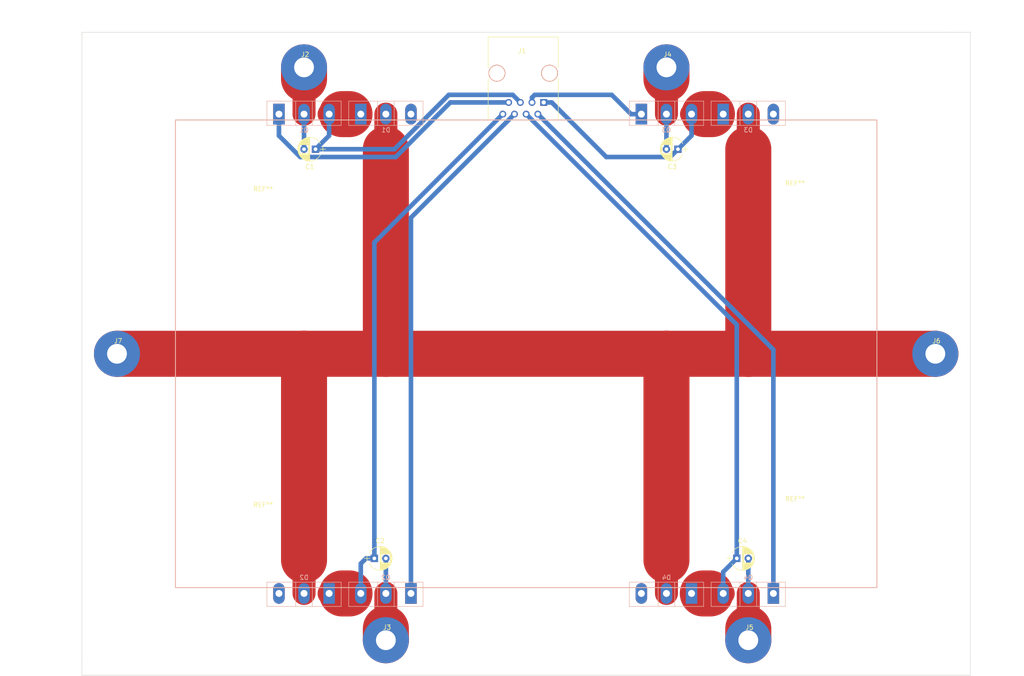
<source format=kicad_pcb>
(kicad_pcb (version 4) (host pcbnew 4.0.7)

  (general
    (links 29)
    (no_connects 4)
    (area 27.889999 20.269999 221.030001 160.070001)
    (thickness 1.6)
    (drawings 25)
    (tracks 81)
    (zones 0)
    (modules 23)
    (nets 14)
  )

  (page A4)
  (layers
    (0 F.Cu mixed)
    (31 B.Cu power)
    (32 B.Adhes user hide)
    (33 F.Adhes user hide)
    (34 B.Paste user hide)
    (35 F.Paste user hide)
    (36 B.SilkS user)
    (37 F.SilkS user)
    (38 B.Mask user)
    (39 F.Mask user)
    (40 Dwgs.User user)
    (41 Cmts.User user hide)
    (42 Eco1.User user hide)
    (43 Eco2.User user hide)
    (44 Edge.Cuts user)
    (45 Margin user hide)
    (46 B.CrtYd user)
    (47 F.CrtYd user)
    (48 B.Fab user hide)
    (49 F.Fab user hide)
  )

  (setup
    (last_trace_width 1)
    (trace_clearance 0.4)
    (zone_clearance 0.508)
    (zone_45_only no)
    (trace_min 0.2)
    (segment_width 0.2)
    (edge_width 0.1)
    (via_size 1.5)
    (via_drill 1)
    (via_min_size 0.4)
    (via_min_drill 0.3)
    (uvia_size 1)
    (uvia_drill 0.5)
    (uvias_allowed no)
    (uvia_min_size 0.2)
    (uvia_min_drill 0.1)
    (pcb_text_width 0.3)
    (pcb_text_size 1.5 1.5)
    (mod_edge_width 0.15)
    (mod_text_size 1 1)
    (mod_text_width 0.15)
    (pad_size 1.5 1.5)
    (pad_drill 0.6)
    (pad_to_mask_clearance 0)
    (aux_axis_origin 0 0)
    (visible_elements 7FFFEFFF)
    (pcbplotparams
      (layerselection 0x000f0_80000001)
      (usegerberextensions false)
      (excludeedgelayer true)
      (linewidth 0.100000)
      (plotframeref false)
      (viasonmask false)
      (mode 1)
      (useauxorigin false)
      (hpglpennumber 1)
      (hpglpenspeed 20)
      (hpglpendiameter 15)
      (hpglpenoverlay 2)
      (psnegative false)
      (psa4output false)
      (plotreference true)
      (plotvalue true)
      (plotinvisibletext false)
      (padsonsilk false)
      (subtractmaskfromsilk false)
      (outputformat 1)
      (mirror false)
      (drillshape 0)
      (scaleselection 1)
      (outputdirectory ""))
  )

  (net 0 "")
  (net 1 GND_ISO_1)
  (net 2 "Net-(C1-Pad2)")
  (net 3 GND_ISO_2)
  (net 4 "Net-(C2-Pad2)")
  (net 5 GND_ISO_3)
  (net 6 "Net-(C3-Pad2)")
  (net 7 GND_ISO_4)
  (net 8 "Net-(C4-Pad2)")
  (net 9 "/SinglePowerSwitch 1/PWR_OUT")
  (net 10 DRV_GATE_1)
  (net 11 DRV_GATE_2)
  (net 12 DRV_GATE_3)
  (net 13 DRV_GATE_4)

  (net_class Default "This is the default net class."
    (clearance 0.4)
    (trace_width 1)
    (via_dia 1.5)
    (via_drill 1)
    (uvia_dia 1)
    (uvia_drill 0.5)
    (add_net "/SinglePowerSwitch 1/PWR_OUT")
    (add_net DRV_GATE_1)
    (add_net DRV_GATE_2)
    (add_net DRV_GATE_3)
    (add_net DRV_GATE_4)
    (add_net GND_ISO_1)
    (add_net GND_ISO_2)
    (add_net GND_ISO_3)
    (add_net GND_ISO_4)
    (add_net "Net-(C1-Pad2)")
    (add_net "Net-(C2-Pad2)")
    (add_net "Net-(C3-Pad2)")
    (add_net "Net-(C4-Pad2)")
  )

  (module PartsLibraries:RJ45 (layer F.Cu) (tedit 59511D7C) (tstamp 59AF0929)
    (at 128.27 35.56 180)
    (tags RJ45)
    (path /59AED755)
    (fp_text reference J1 (at 4.7 11.18 180) (layer F.SilkS)
      (effects (font (size 1 1) (thickness 0.15)))
    )
    (fp_text value RJ45 (at 4.59 6.25 180) (layer F.Fab)
      (effects (font (size 1 1) (thickness 0.15)))
    )
    (fp_line (start -3.17 14.22) (end 12.07 14.22) (layer F.SilkS) (width 0.12))
    (fp_line (start 12.07 -3.81) (end 12.06 5.18) (layer F.SilkS) (width 0.12))
    (fp_line (start 12.07 -3.81) (end -3.17 -3.81) (layer F.SilkS) (width 0.12))
    (fp_line (start -3.17 -3.81) (end -3.17 5.19) (layer F.SilkS) (width 0.12))
    (fp_line (start 12.06 7.52) (end 12.07 14.22) (layer F.SilkS) (width 0.12))
    (fp_line (start -3.17 7.51) (end -3.17 14.22) (layer F.SilkS) (width 0.12))
    (fp_line (start -3.56 -4.06) (end 12.46 -4.06) (layer F.CrtYd) (width 0.05))
    (fp_line (start -3.56 -4.06) (end -3.56 14.47) (layer F.CrtYd) (width 0.05))
    (fp_line (start 12.46 14.47) (end 12.46 -4.06) (layer F.CrtYd) (width 0.05))
    (fp_line (start 12.46 14.47) (end -3.56 14.47) (layer F.CrtYd) (width 0.05))
    (pad "" np_thru_hole circle (at 10.16 6.35 180) (size 3.65 3.65) (drill 3.25) (layers *.Cu *.SilkS *.Mask))
    (pad "" np_thru_hole circle (at -1.27 6.35 180) (size 3.65 3.65) (drill 3.25) (layers *.Cu *.SilkS *.Mask))
    (pad 1 thru_hole rect (at 0 0 180) (size 1.5 1.5) (drill 0.9) (layers *.Cu *.Mask)
      (net 5 GND_ISO_3))
    (pad 2 thru_hole circle (at 1.27 -2.54 180) (size 1.5 1.5) (drill 0.9) (layers *.Cu *.Mask)
      (net 13 DRV_GATE_4))
    (pad 3 thru_hole circle (at 2.54 0 180) (size 1.5 1.5) (drill 0.9) (layers *.Cu *.Mask)
      (net 12 DRV_GATE_3))
    (pad 4 thru_hole circle (at 3.81 -2.54 180) (size 1.5 1.5) (drill 0.9) (layers *.Cu *.Mask)
      (net 7 GND_ISO_4))
    (pad 5 thru_hole circle (at 5.08 0 180) (size 1.5 1.5) (drill 0.9) (layers *.Cu *.Mask)
      (net 1 GND_ISO_1))
    (pad 6 thru_hole circle (at 6.35 -2.54 180) (size 1.5 1.5) (drill 0.9) (layers *.Cu *.Mask)
      (net 11 DRV_GATE_2))
    (pad 7 thru_hole circle (at 7.62 0 180) (size 1.5 1.5) (drill 0.9) (layers *.Cu *.Mask)
      (net 10 DRV_GATE_1))
    (pad 8 thru_hole circle (at 8.89 -2.54 180) (size 1.5 1.5) (drill 0.9) (layers *.Cu *.Mask)
      (net 3 GND_ISO_2))
    (model ../../../../../../Development/multilevelinverter/Hardware/3D/RJ45.wrl
      (at (xyz 0.175 -0.667 0.3))
      (scale (xyz 10 10 10))
      (rotate (xyz 270 0 0))
    )
  )

  (module Mounting_Holes:MountingHole_4.3mm_M4 (layer F.Cu) (tedit 56D1B4CB) (tstamp 5A172C6E)
    (at 182.88 127)
    (descr "Mounting Hole 4.3mm, no annular, M4")
    (tags "mounting hole 4.3mm no annular m4")
    (attr virtual)
    (fp_text reference REF** (at 0 -5.3) (layer F.SilkS)
      (effects (font (size 1 1) (thickness 0.15)))
    )
    (fp_text value MountingHole_4.3mm_M4 (at 0 5.3) (layer F.Fab)
      (effects (font (size 1 1) (thickness 0.15)))
    )
    (fp_text user %R (at 0.3 0) (layer F.Fab)
      (effects (font (size 1 1) (thickness 0.15)))
    )
    (fp_circle (center 0 0) (end 4.3 0) (layer Cmts.User) (width 0.15))
    (fp_circle (center 0 0) (end 4.55 0) (layer F.CrtYd) (width 0.05))
    (pad 1 np_thru_hole circle (at 0 0) (size 4.3 4.3) (drill 4.3) (layers *.Cu *.Mask))
  )

  (module Mounting_Holes:MountingHole_4.3mm_M4 (layer F.Cu) (tedit 56D1B4CB) (tstamp 5A172C67)
    (at 67.31 128.27)
    (descr "Mounting Hole 4.3mm, no annular, M4")
    (tags "mounting hole 4.3mm no annular m4")
    (attr virtual)
    (fp_text reference REF** (at 0 -5.3) (layer F.SilkS)
      (effects (font (size 1 1) (thickness 0.15)))
    )
    (fp_text value MountingHole_4.3mm_M4 (at 0 5.3) (layer F.Fab)
      (effects (font (size 1 1) (thickness 0.15)))
    )
    (fp_text user %R (at 0.3 0) (layer F.Fab)
      (effects (font (size 1 1) (thickness 0.15)))
    )
    (fp_circle (center 0 0) (end 4.3 0) (layer Cmts.User) (width 0.15))
    (fp_circle (center 0 0) (end 4.55 0) (layer F.CrtYd) (width 0.05))
    (pad 1 np_thru_hole circle (at 0 0) (size 4.3 4.3) (drill 4.3) (layers *.Cu *.Mask))
  )

  (module Mounting_Holes:MountingHole_4.3mm_M4 (layer F.Cu) (tedit 56D1B4CB) (tstamp 5A172C60)
    (at 182.88 58.42)
    (descr "Mounting Hole 4.3mm, no annular, M4")
    (tags "mounting hole 4.3mm no annular m4")
    (attr virtual)
    (fp_text reference REF** (at 0 -5.3) (layer F.SilkS)
      (effects (font (size 1 1) (thickness 0.15)))
    )
    (fp_text value MountingHole_4.3mm_M4 (at 0 5.3) (layer F.Fab)
      (effects (font (size 1 1) (thickness 0.15)))
    )
    (fp_text user %R (at 0.3 0) (layer F.Fab)
      (effects (font (size 1 1) (thickness 0.15)))
    )
    (fp_circle (center 0 0) (end 4.3 0) (layer Cmts.User) (width 0.15))
    (fp_circle (center 0 0) (end 4.55 0) (layer F.CrtYd) (width 0.05))
    (pad 1 np_thru_hole circle (at 0 0) (size 4.3 4.3) (drill 4.3) (layers *.Cu *.Mask))
  )

  (module PartsLibraries:CP_Radial_D5.0mm_P2.50mm (layer F.Cu) (tedit 597BC7C2) (tstamp 59AF0722)
    (at 78.7 45.72 180)
    (descr "CP, Radial series, Radial, pin pitch=2.50mm, , diameter=5mm, Electrolytic Capacitor")
    (tags "CP Radial series Radial pin pitch 2.50mm  diameter 5mm Electrolytic Capacitor")
    (path /59AEDD49/59AEE01D)
    (fp_text reference C1 (at 1.25 -3.81 180) (layer F.SilkS)
      (effects (font (size 1 1) (thickness 0.15)))
    )
    (fp_text value C (at 1.25 3.81 180) (layer F.Fab)
      (effects (font (size 1 1) (thickness 0.15)))
    )
    (fp_arc (start 1.25 0) (end -1.05558 -1.18) (angle 125.8) (layer F.SilkS) (width 0.12))
    (fp_arc (start 1.25 0) (end -1.05558 1.18) (angle -125.8) (layer F.SilkS) (width 0.12))
    (fp_arc (start 1.25 0) (end 3.55558 -1.18) (angle 54.2) (layer F.SilkS) (width 0.12))
    (fp_circle (center 1.25 0) (end 3.75 0) (layer F.Fab) (width 0.1))
    (fp_line (start -2.2 0) (end -1 0) (layer F.Fab) (width 0.1))
    (fp_line (start -1.6 -0.65) (end -1.6 0.65) (layer F.Fab) (width 0.1))
    (fp_line (start 1.25 -2.55) (end 1.25 2.55) (layer F.SilkS) (width 0.12))
    (fp_line (start 1.29 -2.55) (end 1.29 2.55) (layer F.SilkS) (width 0.12))
    (fp_line (start 1.33 -2.549) (end 1.33 2.549) (layer F.SilkS) (width 0.12))
    (fp_line (start 1.37 -2.548) (end 1.37 2.548) (layer F.SilkS) (width 0.12))
    (fp_line (start 1.41 -2.546) (end 1.41 2.546) (layer F.SilkS) (width 0.12))
    (fp_line (start 1.45 -2.543) (end 1.45 2.543) (layer F.SilkS) (width 0.12))
    (fp_line (start 1.49 -2.539) (end 1.49 2.539) (layer F.SilkS) (width 0.12))
    (fp_line (start 1.53 -2.535) (end 1.53 -0.98) (layer F.SilkS) (width 0.12))
    (fp_line (start 1.53 0.98) (end 1.53 2.535) (layer F.SilkS) (width 0.12))
    (fp_line (start 1.57 -2.531) (end 1.57 -0.98) (layer F.SilkS) (width 0.12))
    (fp_line (start 1.57 0.98) (end 1.57 2.531) (layer F.SilkS) (width 0.12))
    (fp_line (start 1.61 -2.525) (end 1.61 -0.98) (layer F.SilkS) (width 0.12))
    (fp_line (start 1.61 0.98) (end 1.61 2.525) (layer F.SilkS) (width 0.12))
    (fp_line (start 1.65 -2.519) (end 1.65 -0.98) (layer F.SilkS) (width 0.12))
    (fp_line (start 1.65 0.98) (end 1.65 2.519) (layer F.SilkS) (width 0.12))
    (fp_line (start 1.69 -2.513) (end 1.69 -0.98) (layer F.SilkS) (width 0.12))
    (fp_line (start 1.69 0.98) (end 1.69 2.513) (layer F.SilkS) (width 0.12))
    (fp_line (start 1.73 -2.506) (end 1.73 -0.98) (layer F.SilkS) (width 0.12))
    (fp_line (start 1.73 0.98) (end 1.73 2.506) (layer F.SilkS) (width 0.12))
    (fp_line (start 1.77 -2.498) (end 1.77 -0.98) (layer F.SilkS) (width 0.12))
    (fp_line (start 1.77 0.98) (end 1.77 2.498) (layer F.SilkS) (width 0.12))
    (fp_line (start 1.81 -2.489) (end 1.81 -0.98) (layer F.SilkS) (width 0.12))
    (fp_line (start 1.81 0.98) (end 1.81 2.489) (layer F.SilkS) (width 0.12))
    (fp_line (start 1.85 -2.48) (end 1.85 -0.98) (layer F.SilkS) (width 0.12))
    (fp_line (start 1.85 0.98) (end 1.85 2.48) (layer F.SilkS) (width 0.12))
    (fp_line (start 1.89 -2.47) (end 1.89 -0.98) (layer F.SilkS) (width 0.12))
    (fp_line (start 1.89 0.98) (end 1.89 2.47) (layer F.SilkS) (width 0.12))
    (fp_line (start 1.93 -2.46) (end 1.93 -0.98) (layer F.SilkS) (width 0.12))
    (fp_line (start 1.93 0.98) (end 1.93 2.46) (layer F.SilkS) (width 0.12))
    (fp_line (start 1.971 -2.448) (end 1.971 -0.98) (layer F.SilkS) (width 0.12))
    (fp_line (start 1.971 0.98) (end 1.971 2.448) (layer F.SilkS) (width 0.12))
    (fp_line (start 2.011 -2.436) (end 2.011 -0.98) (layer F.SilkS) (width 0.12))
    (fp_line (start 2.011 0.98) (end 2.011 2.436) (layer F.SilkS) (width 0.12))
    (fp_line (start 2.051 -2.424) (end 2.051 -0.98) (layer F.SilkS) (width 0.12))
    (fp_line (start 2.051 0.98) (end 2.051 2.424) (layer F.SilkS) (width 0.12))
    (fp_line (start 2.091 -2.41) (end 2.091 -0.98) (layer F.SilkS) (width 0.12))
    (fp_line (start 2.091 0.98) (end 2.091 2.41) (layer F.SilkS) (width 0.12))
    (fp_line (start 2.131 -2.396) (end 2.131 -0.98) (layer F.SilkS) (width 0.12))
    (fp_line (start 2.131 0.98) (end 2.131 2.396) (layer F.SilkS) (width 0.12))
    (fp_line (start 2.171 -2.382) (end 2.171 -0.98) (layer F.SilkS) (width 0.12))
    (fp_line (start 2.171 0.98) (end 2.171 2.382) (layer F.SilkS) (width 0.12))
    (fp_line (start 2.211 -2.366) (end 2.211 -0.98) (layer F.SilkS) (width 0.12))
    (fp_line (start 2.211 0.98) (end 2.211 2.366) (layer F.SilkS) (width 0.12))
    (fp_line (start 2.251 -2.35) (end 2.251 -0.98) (layer F.SilkS) (width 0.12))
    (fp_line (start 2.251 0.98) (end 2.251 2.35) (layer F.SilkS) (width 0.12))
    (fp_line (start 2.291 -2.333) (end 2.291 -0.98) (layer F.SilkS) (width 0.12))
    (fp_line (start 2.291 0.98) (end 2.291 2.333) (layer F.SilkS) (width 0.12))
    (fp_line (start 2.331 -2.315) (end 2.331 -0.98) (layer F.SilkS) (width 0.12))
    (fp_line (start 2.331 0.98) (end 2.331 2.315) (layer F.SilkS) (width 0.12))
    (fp_line (start 2.371 -2.296) (end 2.371 -0.98) (layer F.SilkS) (width 0.12))
    (fp_line (start 2.371 0.98) (end 2.371 2.296) (layer F.SilkS) (width 0.12))
    (fp_line (start 2.411 -2.276) (end 2.411 -0.98) (layer F.SilkS) (width 0.12))
    (fp_line (start 2.411 0.98) (end 2.411 2.276) (layer F.SilkS) (width 0.12))
    (fp_line (start 2.451 -2.256) (end 2.451 -0.98) (layer F.SilkS) (width 0.12))
    (fp_line (start 2.451 0.98) (end 2.451 2.256) (layer F.SilkS) (width 0.12))
    (fp_line (start 2.491 -2.234) (end 2.491 -0.98) (layer F.SilkS) (width 0.12))
    (fp_line (start 2.491 0.98) (end 2.491 2.234) (layer F.SilkS) (width 0.12))
    (fp_line (start 2.531 -2.212) (end 2.531 -0.98) (layer F.SilkS) (width 0.12))
    (fp_line (start 2.531 0.98) (end 2.531 2.212) (layer F.SilkS) (width 0.12))
    (fp_line (start 2.571 -2.189) (end 2.571 -0.98) (layer F.SilkS) (width 0.12))
    (fp_line (start 2.571 0.98) (end 2.571 2.189) (layer F.SilkS) (width 0.12))
    (fp_line (start 2.611 -2.165) (end 2.611 -0.98) (layer F.SilkS) (width 0.12))
    (fp_line (start 2.611 0.98) (end 2.611 2.165) (layer F.SilkS) (width 0.12))
    (fp_line (start 2.651 -2.14) (end 2.651 -0.98) (layer F.SilkS) (width 0.12))
    (fp_line (start 2.651 0.98) (end 2.651 2.14) (layer F.SilkS) (width 0.12))
    (fp_line (start 2.691 -2.113) (end 2.691 -0.98) (layer F.SilkS) (width 0.12))
    (fp_line (start 2.691 0.98) (end 2.691 2.113) (layer F.SilkS) (width 0.12))
    (fp_line (start 2.731 -2.086) (end 2.731 -0.98) (layer F.SilkS) (width 0.12))
    (fp_line (start 2.731 0.98) (end 2.731 2.086) (layer F.SilkS) (width 0.12))
    (fp_line (start 2.771 -2.058) (end 2.771 -0.98) (layer F.SilkS) (width 0.12))
    (fp_line (start 2.771 0.98) (end 2.771 2.058) (layer F.SilkS) (width 0.12))
    (fp_line (start 2.811 -2.028) (end 2.811 -0.98) (layer F.SilkS) (width 0.12))
    (fp_line (start 2.811 0.98) (end 2.811 2.028) (layer F.SilkS) (width 0.12))
    (fp_line (start 2.851 -1.997) (end 2.851 -0.98) (layer F.SilkS) (width 0.12))
    (fp_line (start 2.851 0.98) (end 2.851 1.997) (layer F.SilkS) (width 0.12))
    (fp_line (start 2.891 -1.965) (end 2.891 -0.98) (layer F.SilkS) (width 0.12))
    (fp_line (start 2.891 0.98) (end 2.891 1.965) (layer F.SilkS) (width 0.12))
    (fp_line (start 2.931 -1.932) (end 2.931 -0.98) (layer F.SilkS) (width 0.12))
    (fp_line (start 2.931 0.98) (end 2.931 1.932) (layer F.SilkS) (width 0.12))
    (fp_line (start 2.971 -1.897) (end 2.971 -0.98) (layer F.SilkS) (width 0.12))
    (fp_line (start 2.971 0.98) (end 2.971 1.897) (layer F.SilkS) (width 0.12))
    (fp_line (start 3.011 -1.861) (end 3.011 -0.98) (layer F.SilkS) (width 0.12))
    (fp_line (start 3.011 0.98) (end 3.011 1.861) (layer F.SilkS) (width 0.12))
    (fp_line (start 3.051 -1.823) (end 3.051 -0.98) (layer F.SilkS) (width 0.12))
    (fp_line (start 3.051 0.98) (end 3.051 1.823) (layer F.SilkS) (width 0.12))
    (fp_line (start 3.091 -1.783) (end 3.091 -0.98) (layer F.SilkS) (width 0.12))
    (fp_line (start 3.091 0.98) (end 3.091 1.783) (layer F.SilkS) (width 0.12))
    (fp_line (start 3.131 -1.742) (end 3.131 -0.98) (layer F.SilkS) (width 0.12))
    (fp_line (start 3.131 0.98) (end 3.131 1.742) (layer F.SilkS) (width 0.12))
    (fp_line (start 3.171 -1.699) (end 3.171 -0.98) (layer F.SilkS) (width 0.12))
    (fp_line (start 3.171 0.98) (end 3.171 1.699) (layer F.SilkS) (width 0.12))
    (fp_line (start 3.211 -1.654) (end 3.211 -0.98) (layer F.SilkS) (width 0.12))
    (fp_line (start 3.211 0.98) (end 3.211 1.654) (layer F.SilkS) (width 0.12))
    (fp_line (start 3.251 -1.606) (end 3.251 -0.98) (layer F.SilkS) (width 0.12))
    (fp_line (start 3.251 0.98) (end 3.251 1.606) (layer F.SilkS) (width 0.12))
    (fp_line (start 3.291 -1.556) (end 3.291 -0.98) (layer F.SilkS) (width 0.12))
    (fp_line (start 3.291 0.98) (end 3.291 1.556) (layer F.SilkS) (width 0.12))
    (fp_line (start 3.331 -1.504) (end 3.331 -0.98) (layer F.SilkS) (width 0.12))
    (fp_line (start 3.331 0.98) (end 3.331 1.504) (layer F.SilkS) (width 0.12))
    (fp_line (start 3.371 -1.448) (end 3.371 -0.98) (layer F.SilkS) (width 0.12))
    (fp_line (start 3.371 0.98) (end 3.371 1.448) (layer F.SilkS) (width 0.12))
    (fp_line (start 3.411 -1.39) (end 3.411 -0.98) (layer F.SilkS) (width 0.12))
    (fp_line (start 3.411 0.98) (end 3.411 1.39) (layer F.SilkS) (width 0.12))
    (fp_line (start 3.451 -1.327) (end 3.451 -0.98) (layer F.SilkS) (width 0.12))
    (fp_line (start 3.451 0.98) (end 3.451 1.327) (layer F.SilkS) (width 0.12))
    (fp_line (start 3.491 -1.261) (end 3.491 1.261) (layer F.SilkS) (width 0.12))
    (fp_line (start 3.531 -1.189) (end 3.531 1.189) (layer F.SilkS) (width 0.12))
    (fp_line (start 3.571 -1.112) (end 3.571 1.112) (layer F.SilkS) (width 0.12))
    (fp_line (start 3.611 -1.028) (end 3.611 1.028) (layer F.SilkS) (width 0.12))
    (fp_line (start 3.651 -0.934) (end 3.651 0.934) (layer F.SilkS) (width 0.12))
    (fp_line (start 3.691 -0.829) (end 3.691 0.829) (layer F.SilkS) (width 0.12))
    (fp_line (start 3.731 -0.707) (end 3.731 0.707) (layer F.SilkS) (width 0.12))
    (fp_line (start 3.771 -0.559) (end 3.771 0.559) (layer F.SilkS) (width 0.12))
    (fp_line (start 3.811 -0.354) (end 3.811 0.354) (layer F.SilkS) (width 0.12))
    (fp_line (start -2.2 0) (end -1 0) (layer F.SilkS) (width 0.12))
    (fp_line (start -1.6 -0.65) (end -1.6 0.65) (layer F.SilkS) (width 0.12))
    (fp_line (start -1.6 -2.85) (end -1.6 2.85) (layer F.CrtYd) (width 0.05))
    (fp_line (start -1.6 2.85) (end 4.1 2.85) (layer F.CrtYd) (width 0.05))
    (fp_line (start 4.1 2.85) (end 4.1 -2.85) (layer F.CrtYd) (width 0.05))
    (fp_line (start 4.1 -2.85) (end -1.6 -2.85) (layer F.CrtYd) (width 0.05))
    (fp_text user %R (at 1.25 0 180) (layer F.Fab)
      (effects (font (size 1 1) (thickness 0.15)))
    )
    (pad 1 thru_hole rect (at 0 0 180) (size 1.6 1.6) (drill 0.8) (layers *.Cu *.Mask)
      (net 1 GND_ISO_1))
    (pad 2 thru_hole circle (at 2.5 0 180) (size 1.6 1.6) (drill 0.8) (layers *.Cu *.Mask)
      (net 2 "Net-(C1-Pad2)"))
    (model ${KISYS3DMOD}/Capacitors_THT.3dshapes/CP_Radial_D5.0mm_P2.50mm.wrl
      (at (xyz 0 0 0))
      (scale (xyz 1 1 1))
      (rotate (xyz 0 0 0))
    )
  )

  (module PartsLibraries:CP_Radial_D5.0mm_P2.50mm (layer F.Cu) (tedit 597BC7C2) (tstamp 59AF07A7)
    (at 91.48 134.62)
    (descr "CP, Radial series, Radial, pin pitch=2.50mm, , diameter=5mm, Electrolytic Capacitor")
    (tags "CP Radial series Radial pin pitch 2.50mm  diameter 5mm Electrolytic Capacitor")
    (path /59AEEDCB/59AEE01D)
    (fp_text reference C2 (at 1.25 -3.81) (layer F.SilkS)
      (effects (font (size 1 1) (thickness 0.15)))
    )
    (fp_text value C (at 1.25 3.81) (layer F.Fab)
      (effects (font (size 1 1) (thickness 0.15)))
    )
    (fp_arc (start 1.25 0) (end -1.05558 -1.18) (angle 125.8) (layer F.SilkS) (width 0.12))
    (fp_arc (start 1.25 0) (end -1.05558 1.18) (angle -125.8) (layer F.SilkS) (width 0.12))
    (fp_arc (start 1.25 0) (end 3.55558 -1.18) (angle 54.2) (layer F.SilkS) (width 0.12))
    (fp_circle (center 1.25 0) (end 3.75 0) (layer F.Fab) (width 0.1))
    (fp_line (start -2.2 0) (end -1 0) (layer F.Fab) (width 0.1))
    (fp_line (start -1.6 -0.65) (end -1.6 0.65) (layer F.Fab) (width 0.1))
    (fp_line (start 1.25 -2.55) (end 1.25 2.55) (layer F.SilkS) (width 0.12))
    (fp_line (start 1.29 -2.55) (end 1.29 2.55) (layer F.SilkS) (width 0.12))
    (fp_line (start 1.33 -2.549) (end 1.33 2.549) (layer F.SilkS) (width 0.12))
    (fp_line (start 1.37 -2.548) (end 1.37 2.548) (layer F.SilkS) (width 0.12))
    (fp_line (start 1.41 -2.546) (end 1.41 2.546) (layer F.SilkS) (width 0.12))
    (fp_line (start 1.45 -2.543) (end 1.45 2.543) (layer F.SilkS) (width 0.12))
    (fp_line (start 1.49 -2.539) (end 1.49 2.539) (layer F.SilkS) (width 0.12))
    (fp_line (start 1.53 -2.535) (end 1.53 -0.98) (layer F.SilkS) (width 0.12))
    (fp_line (start 1.53 0.98) (end 1.53 2.535) (layer F.SilkS) (width 0.12))
    (fp_line (start 1.57 -2.531) (end 1.57 -0.98) (layer F.SilkS) (width 0.12))
    (fp_line (start 1.57 0.98) (end 1.57 2.531) (layer F.SilkS) (width 0.12))
    (fp_line (start 1.61 -2.525) (end 1.61 -0.98) (layer F.SilkS) (width 0.12))
    (fp_line (start 1.61 0.98) (end 1.61 2.525) (layer F.SilkS) (width 0.12))
    (fp_line (start 1.65 -2.519) (end 1.65 -0.98) (layer F.SilkS) (width 0.12))
    (fp_line (start 1.65 0.98) (end 1.65 2.519) (layer F.SilkS) (width 0.12))
    (fp_line (start 1.69 -2.513) (end 1.69 -0.98) (layer F.SilkS) (width 0.12))
    (fp_line (start 1.69 0.98) (end 1.69 2.513) (layer F.SilkS) (width 0.12))
    (fp_line (start 1.73 -2.506) (end 1.73 -0.98) (layer F.SilkS) (width 0.12))
    (fp_line (start 1.73 0.98) (end 1.73 2.506) (layer F.SilkS) (width 0.12))
    (fp_line (start 1.77 -2.498) (end 1.77 -0.98) (layer F.SilkS) (width 0.12))
    (fp_line (start 1.77 0.98) (end 1.77 2.498) (layer F.SilkS) (width 0.12))
    (fp_line (start 1.81 -2.489) (end 1.81 -0.98) (layer F.SilkS) (width 0.12))
    (fp_line (start 1.81 0.98) (end 1.81 2.489) (layer F.SilkS) (width 0.12))
    (fp_line (start 1.85 -2.48) (end 1.85 -0.98) (layer F.SilkS) (width 0.12))
    (fp_line (start 1.85 0.98) (end 1.85 2.48) (layer F.SilkS) (width 0.12))
    (fp_line (start 1.89 -2.47) (end 1.89 -0.98) (layer F.SilkS) (width 0.12))
    (fp_line (start 1.89 0.98) (end 1.89 2.47) (layer F.SilkS) (width 0.12))
    (fp_line (start 1.93 -2.46) (end 1.93 -0.98) (layer F.SilkS) (width 0.12))
    (fp_line (start 1.93 0.98) (end 1.93 2.46) (layer F.SilkS) (width 0.12))
    (fp_line (start 1.971 -2.448) (end 1.971 -0.98) (layer F.SilkS) (width 0.12))
    (fp_line (start 1.971 0.98) (end 1.971 2.448) (layer F.SilkS) (width 0.12))
    (fp_line (start 2.011 -2.436) (end 2.011 -0.98) (layer F.SilkS) (width 0.12))
    (fp_line (start 2.011 0.98) (end 2.011 2.436) (layer F.SilkS) (width 0.12))
    (fp_line (start 2.051 -2.424) (end 2.051 -0.98) (layer F.SilkS) (width 0.12))
    (fp_line (start 2.051 0.98) (end 2.051 2.424) (layer F.SilkS) (width 0.12))
    (fp_line (start 2.091 -2.41) (end 2.091 -0.98) (layer F.SilkS) (width 0.12))
    (fp_line (start 2.091 0.98) (end 2.091 2.41) (layer F.SilkS) (width 0.12))
    (fp_line (start 2.131 -2.396) (end 2.131 -0.98) (layer F.SilkS) (width 0.12))
    (fp_line (start 2.131 0.98) (end 2.131 2.396) (layer F.SilkS) (width 0.12))
    (fp_line (start 2.171 -2.382) (end 2.171 -0.98) (layer F.SilkS) (width 0.12))
    (fp_line (start 2.171 0.98) (end 2.171 2.382) (layer F.SilkS) (width 0.12))
    (fp_line (start 2.211 -2.366) (end 2.211 -0.98) (layer F.SilkS) (width 0.12))
    (fp_line (start 2.211 0.98) (end 2.211 2.366) (layer F.SilkS) (width 0.12))
    (fp_line (start 2.251 -2.35) (end 2.251 -0.98) (layer F.SilkS) (width 0.12))
    (fp_line (start 2.251 0.98) (end 2.251 2.35) (layer F.SilkS) (width 0.12))
    (fp_line (start 2.291 -2.333) (end 2.291 -0.98) (layer F.SilkS) (width 0.12))
    (fp_line (start 2.291 0.98) (end 2.291 2.333) (layer F.SilkS) (width 0.12))
    (fp_line (start 2.331 -2.315) (end 2.331 -0.98) (layer F.SilkS) (width 0.12))
    (fp_line (start 2.331 0.98) (end 2.331 2.315) (layer F.SilkS) (width 0.12))
    (fp_line (start 2.371 -2.296) (end 2.371 -0.98) (layer F.SilkS) (width 0.12))
    (fp_line (start 2.371 0.98) (end 2.371 2.296) (layer F.SilkS) (width 0.12))
    (fp_line (start 2.411 -2.276) (end 2.411 -0.98) (layer F.SilkS) (width 0.12))
    (fp_line (start 2.411 0.98) (end 2.411 2.276) (layer F.SilkS) (width 0.12))
    (fp_line (start 2.451 -2.256) (end 2.451 -0.98) (layer F.SilkS) (width 0.12))
    (fp_line (start 2.451 0.98) (end 2.451 2.256) (layer F.SilkS) (width 0.12))
    (fp_line (start 2.491 -2.234) (end 2.491 -0.98) (layer F.SilkS) (width 0.12))
    (fp_line (start 2.491 0.98) (end 2.491 2.234) (layer F.SilkS) (width 0.12))
    (fp_line (start 2.531 -2.212) (end 2.531 -0.98) (layer F.SilkS) (width 0.12))
    (fp_line (start 2.531 0.98) (end 2.531 2.212) (layer F.SilkS) (width 0.12))
    (fp_line (start 2.571 -2.189) (end 2.571 -0.98) (layer F.SilkS) (width 0.12))
    (fp_line (start 2.571 0.98) (end 2.571 2.189) (layer F.SilkS) (width 0.12))
    (fp_line (start 2.611 -2.165) (end 2.611 -0.98) (layer F.SilkS) (width 0.12))
    (fp_line (start 2.611 0.98) (end 2.611 2.165) (layer F.SilkS) (width 0.12))
    (fp_line (start 2.651 -2.14) (end 2.651 -0.98) (layer F.SilkS) (width 0.12))
    (fp_line (start 2.651 0.98) (end 2.651 2.14) (layer F.SilkS) (width 0.12))
    (fp_line (start 2.691 -2.113) (end 2.691 -0.98) (layer F.SilkS) (width 0.12))
    (fp_line (start 2.691 0.98) (end 2.691 2.113) (layer F.SilkS) (width 0.12))
    (fp_line (start 2.731 -2.086) (end 2.731 -0.98) (layer F.SilkS) (width 0.12))
    (fp_line (start 2.731 0.98) (end 2.731 2.086) (layer F.SilkS) (width 0.12))
    (fp_line (start 2.771 -2.058) (end 2.771 -0.98) (layer F.SilkS) (width 0.12))
    (fp_line (start 2.771 0.98) (end 2.771 2.058) (layer F.SilkS) (width 0.12))
    (fp_line (start 2.811 -2.028) (end 2.811 -0.98) (layer F.SilkS) (width 0.12))
    (fp_line (start 2.811 0.98) (end 2.811 2.028) (layer F.SilkS) (width 0.12))
    (fp_line (start 2.851 -1.997) (end 2.851 -0.98) (layer F.SilkS) (width 0.12))
    (fp_line (start 2.851 0.98) (end 2.851 1.997) (layer F.SilkS) (width 0.12))
    (fp_line (start 2.891 -1.965) (end 2.891 -0.98) (layer F.SilkS) (width 0.12))
    (fp_line (start 2.891 0.98) (end 2.891 1.965) (layer F.SilkS) (width 0.12))
    (fp_line (start 2.931 -1.932) (end 2.931 -0.98) (layer F.SilkS) (width 0.12))
    (fp_line (start 2.931 0.98) (end 2.931 1.932) (layer F.SilkS) (width 0.12))
    (fp_line (start 2.971 -1.897) (end 2.971 -0.98) (layer F.SilkS) (width 0.12))
    (fp_line (start 2.971 0.98) (end 2.971 1.897) (layer F.SilkS) (width 0.12))
    (fp_line (start 3.011 -1.861) (end 3.011 -0.98) (layer F.SilkS) (width 0.12))
    (fp_line (start 3.011 0.98) (end 3.011 1.861) (layer F.SilkS) (width 0.12))
    (fp_line (start 3.051 -1.823) (end 3.051 -0.98) (layer F.SilkS) (width 0.12))
    (fp_line (start 3.051 0.98) (end 3.051 1.823) (layer F.SilkS) (width 0.12))
    (fp_line (start 3.091 -1.783) (end 3.091 -0.98) (layer F.SilkS) (width 0.12))
    (fp_line (start 3.091 0.98) (end 3.091 1.783) (layer F.SilkS) (width 0.12))
    (fp_line (start 3.131 -1.742) (end 3.131 -0.98) (layer F.SilkS) (width 0.12))
    (fp_line (start 3.131 0.98) (end 3.131 1.742) (layer F.SilkS) (width 0.12))
    (fp_line (start 3.171 -1.699) (end 3.171 -0.98) (layer F.SilkS) (width 0.12))
    (fp_line (start 3.171 0.98) (end 3.171 1.699) (layer F.SilkS) (width 0.12))
    (fp_line (start 3.211 -1.654) (end 3.211 -0.98) (layer F.SilkS) (width 0.12))
    (fp_line (start 3.211 0.98) (end 3.211 1.654) (layer F.SilkS) (width 0.12))
    (fp_line (start 3.251 -1.606) (end 3.251 -0.98) (layer F.SilkS) (width 0.12))
    (fp_line (start 3.251 0.98) (end 3.251 1.606) (layer F.SilkS) (width 0.12))
    (fp_line (start 3.291 -1.556) (end 3.291 -0.98) (layer F.SilkS) (width 0.12))
    (fp_line (start 3.291 0.98) (end 3.291 1.556) (layer F.SilkS) (width 0.12))
    (fp_line (start 3.331 -1.504) (end 3.331 -0.98) (layer F.SilkS) (width 0.12))
    (fp_line (start 3.331 0.98) (end 3.331 1.504) (layer F.SilkS) (width 0.12))
    (fp_line (start 3.371 -1.448) (end 3.371 -0.98) (layer F.SilkS) (width 0.12))
    (fp_line (start 3.371 0.98) (end 3.371 1.448) (layer F.SilkS) (width 0.12))
    (fp_line (start 3.411 -1.39) (end 3.411 -0.98) (layer F.SilkS) (width 0.12))
    (fp_line (start 3.411 0.98) (end 3.411 1.39) (layer F.SilkS) (width 0.12))
    (fp_line (start 3.451 -1.327) (end 3.451 -0.98) (layer F.SilkS) (width 0.12))
    (fp_line (start 3.451 0.98) (end 3.451 1.327) (layer F.SilkS) (width 0.12))
    (fp_line (start 3.491 -1.261) (end 3.491 1.261) (layer F.SilkS) (width 0.12))
    (fp_line (start 3.531 -1.189) (end 3.531 1.189) (layer F.SilkS) (width 0.12))
    (fp_line (start 3.571 -1.112) (end 3.571 1.112) (layer F.SilkS) (width 0.12))
    (fp_line (start 3.611 -1.028) (end 3.611 1.028) (layer F.SilkS) (width 0.12))
    (fp_line (start 3.651 -0.934) (end 3.651 0.934) (layer F.SilkS) (width 0.12))
    (fp_line (start 3.691 -0.829) (end 3.691 0.829) (layer F.SilkS) (width 0.12))
    (fp_line (start 3.731 -0.707) (end 3.731 0.707) (layer F.SilkS) (width 0.12))
    (fp_line (start 3.771 -0.559) (end 3.771 0.559) (layer F.SilkS) (width 0.12))
    (fp_line (start 3.811 -0.354) (end 3.811 0.354) (layer F.SilkS) (width 0.12))
    (fp_line (start -2.2 0) (end -1 0) (layer F.SilkS) (width 0.12))
    (fp_line (start -1.6 -0.65) (end -1.6 0.65) (layer F.SilkS) (width 0.12))
    (fp_line (start -1.6 -2.85) (end -1.6 2.85) (layer F.CrtYd) (width 0.05))
    (fp_line (start -1.6 2.85) (end 4.1 2.85) (layer F.CrtYd) (width 0.05))
    (fp_line (start 4.1 2.85) (end 4.1 -2.85) (layer F.CrtYd) (width 0.05))
    (fp_line (start 4.1 -2.85) (end -1.6 -2.85) (layer F.CrtYd) (width 0.05))
    (fp_text user %R (at 1.25 0) (layer F.Fab)
      (effects (font (size 1 1) (thickness 0.15)))
    )
    (pad 1 thru_hole rect (at 0 0) (size 1.6 1.6) (drill 0.8) (layers *.Cu *.Mask)
      (net 3 GND_ISO_2))
    (pad 2 thru_hole circle (at 2.5 0) (size 1.6 1.6) (drill 0.8) (layers *.Cu *.Mask)
      (net 4 "Net-(C2-Pad2)"))
    (model ${KISYS3DMOD}/Capacitors_THT.3dshapes/CP_Radial_D5.0mm_P2.50mm.wrl
      (at (xyz 0 0 0))
      (scale (xyz 1 1 1))
      (rotate (xyz 0 0 0))
    )
  )

  (module PartsLibraries:CP_Radial_D5.0mm_P2.50mm (layer F.Cu) (tedit 597BC7C2) (tstamp 59AF082C)
    (at 157.44 45.72 180)
    (descr "CP, Radial series, Radial, pin pitch=2.50mm, , diameter=5mm, Electrolytic Capacitor")
    (tags "CP Radial series Radial pin pitch 2.50mm  diameter 5mm Electrolytic Capacitor")
    (path /59AEEFC6/59AEE01D)
    (fp_text reference C3 (at 1.25 -3.81 180) (layer F.SilkS)
      (effects (font (size 1 1) (thickness 0.15)))
    )
    (fp_text value C (at 1.25 3.81 180) (layer F.Fab)
      (effects (font (size 1 1) (thickness 0.15)))
    )
    (fp_arc (start 1.25 0) (end -1.05558 -1.18) (angle 125.8) (layer F.SilkS) (width 0.12))
    (fp_arc (start 1.25 0) (end -1.05558 1.18) (angle -125.8) (layer F.SilkS) (width 0.12))
    (fp_arc (start 1.25 0) (end 3.55558 -1.18) (angle 54.2) (layer F.SilkS) (width 0.12))
    (fp_circle (center 1.25 0) (end 3.75 0) (layer F.Fab) (width 0.1))
    (fp_line (start -2.2 0) (end -1 0) (layer F.Fab) (width 0.1))
    (fp_line (start -1.6 -0.65) (end -1.6 0.65) (layer F.Fab) (width 0.1))
    (fp_line (start 1.25 -2.55) (end 1.25 2.55) (layer F.SilkS) (width 0.12))
    (fp_line (start 1.29 -2.55) (end 1.29 2.55) (layer F.SilkS) (width 0.12))
    (fp_line (start 1.33 -2.549) (end 1.33 2.549) (layer F.SilkS) (width 0.12))
    (fp_line (start 1.37 -2.548) (end 1.37 2.548) (layer F.SilkS) (width 0.12))
    (fp_line (start 1.41 -2.546) (end 1.41 2.546) (layer F.SilkS) (width 0.12))
    (fp_line (start 1.45 -2.543) (end 1.45 2.543) (layer F.SilkS) (width 0.12))
    (fp_line (start 1.49 -2.539) (end 1.49 2.539) (layer F.SilkS) (width 0.12))
    (fp_line (start 1.53 -2.535) (end 1.53 -0.98) (layer F.SilkS) (width 0.12))
    (fp_line (start 1.53 0.98) (end 1.53 2.535) (layer F.SilkS) (width 0.12))
    (fp_line (start 1.57 -2.531) (end 1.57 -0.98) (layer F.SilkS) (width 0.12))
    (fp_line (start 1.57 0.98) (end 1.57 2.531) (layer F.SilkS) (width 0.12))
    (fp_line (start 1.61 -2.525) (end 1.61 -0.98) (layer F.SilkS) (width 0.12))
    (fp_line (start 1.61 0.98) (end 1.61 2.525) (layer F.SilkS) (width 0.12))
    (fp_line (start 1.65 -2.519) (end 1.65 -0.98) (layer F.SilkS) (width 0.12))
    (fp_line (start 1.65 0.98) (end 1.65 2.519) (layer F.SilkS) (width 0.12))
    (fp_line (start 1.69 -2.513) (end 1.69 -0.98) (layer F.SilkS) (width 0.12))
    (fp_line (start 1.69 0.98) (end 1.69 2.513) (layer F.SilkS) (width 0.12))
    (fp_line (start 1.73 -2.506) (end 1.73 -0.98) (layer F.SilkS) (width 0.12))
    (fp_line (start 1.73 0.98) (end 1.73 2.506) (layer F.SilkS) (width 0.12))
    (fp_line (start 1.77 -2.498) (end 1.77 -0.98) (layer F.SilkS) (width 0.12))
    (fp_line (start 1.77 0.98) (end 1.77 2.498) (layer F.SilkS) (width 0.12))
    (fp_line (start 1.81 -2.489) (end 1.81 -0.98) (layer F.SilkS) (width 0.12))
    (fp_line (start 1.81 0.98) (end 1.81 2.489) (layer F.SilkS) (width 0.12))
    (fp_line (start 1.85 -2.48) (end 1.85 -0.98) (layer F.SilkS) (width 0.12))
    (fp_line (start 1.85 0.98) (end 1.85 2.48) (layer F.SilkS) (width 0.12))
    (fp_line (start 1.89 -2.47) (end 1.89 -0.98) (layer F.SilkS) (width 0.12))
    (fp_line (start 1.89 0.98) (end 1.89 2.47) (layer F.SilkS) (width 0.12))
    (fp_line (start 1.93 -2.46) (end 1.93 -0.98) (layer F.SilkS) (width 0.12))
    (fp_line (start 1.93 0.98) (end 1.93 2.46) (layer F.SilkS) (width 0.12))
    (fp_line (start 1.971 -2.448) (end 1.971 -0.98) (layer F.SilkS) (width 0.12))
    (fp_line (start 1.971 0.98) (end 1.971 2.448) (layer F.SilkS) (width 0.12))
    (fp_line (start 2.011 -2.436) (end 2.011 -0.98) (layer F.SilkS) (width 0.12))
    (fp_line (start 2.011 0.98) (end 2.011 2.436) (layer F.SilkS) (width 0.12))
    (fp_line (start 2.051 -2.424) (end 2.051 -0.98) (layer F.SilkS) (width 0.12))
    (fp_line (start 2.051 0.98) (end 2.051 2.424) (layer F.SilkS) (width 0.12))
    (fp_line (start 2.091 -2.41) (end 2.091 -0.98) (layer F.SilkS) (width 0.12))
    (fp_line (start 2.091 0.98) (end 2.091 2.41) (layer F.SilkS) (width 0.12))
    (fp_line (start 2.131 -2.396) (end 2.131 -0.98) (layer F.SilkS) (width 0.12))
    (fp_line (start 2.131 0.98) (end 2.131 2.396) (layer F.SilkS) (width 0.12))
    (fp_line (start 2.171 -2.382) (end 2.171 -0.98) (layer F.SilkS) (width 0.12))
    (fp_line (start 2.171 0.98) (end 2.171 2.382) (layer F.SilkS) (width 0.12))
    (fp_line (start 2.211 -2.366) (end 2.211 -0.98) (layer F.SilkS) (width 0.12))
    (fp_line (start 2.211 0.98) (end 2.211 2.366) (layer F.SilkS) (width 0.12))
    (fp_line (start 2.251 -2.35) (end 2.251 -0.98) (layer F.SilkS) (width 0.12))
    (fp_line (start 2.251 0.98) (end 2.251 2.35) (layer F.SilkS) (width 0.12))
    (fp_line (start 2.291 -2.333) (end 2.291 -0.98) (layer F.SilkS) (width 0.12))
    (fp_line (start 2.291 0.98) (end 2.291 2.333) (layer F.SilkS) (width 0.12))
    (fp_line (start 2.331 -2.315) (end 2.331 -0.98) (layer F.SilkS) (width 0.12))
    (fp_line (start 2.331 0.98) (end 2.331 2.315) (layer F.SilkS) (width 0.12))
    (fp_line (start 2.371 -2.296) (end 2.371 -0.98) (layer F.SilkS) (width 0.12))
    (fp_line (start 2.371 0.98) (end 2.371 2.296) (layer F.SilkS) (width 0.12))
    (fp_line (start 2.411 -2.276) (end 2.411 -0.98) (layer F.SilkS) (width 0.12))
    (fp_line (start 2.411 0.98) (end 2.411 2.276) (layer F.SilkS) (width 0.12))
    (fp_line (start 2.451 -2.256) (end 2.451 -0.98) (layer F.SilkS) (width 0.12))
    (fp_line (start 2.451 0.98) (end 2.451 2.256) (layer F.SilkS) (width 0.12))
    (fp_line (start 2.491 -2.234) (end 2.491 -0.98) (layer F.SilkS) (width 0.12))
    (fp_line (start 2.491 0.98) (end 2.491 2.234) (layer F.SilkS) (width 0.12))
    (fp_line (start 2.531 -2.212) (end 2.531 -0.98) (layer F.SilkS) (width 0.12))
    (fp_line (start 2.531 0.98) (end 2.531 2.212) (layer F.SilkS) (width 0.12))
    (fp_line (start 2.571 -2.189) (end 2.571 -0.98) (layer F.SilkS) (width 0.12))
    (fp_line (start 2.571 0.98) (end 2.571 2.189) (layer F.SilkS) (width 0.12))
    (fp_line (start 2.611 -2.165) (end 2.611 -0.98) (layer F.SilkS) (width 0.12))
    (fp_line (start 2.611 0.98) (end 2.611 2.165) (layer F.SilkS) (width 0.12))
    (fp_line (start 2.651 -2.14) (end 2.651 -0.98) (layer F.SilkS) (width 0.12))
    (fp_line (start 2.651 0.98) (end 2.651 2.14) (layer F.SilkS) (width 0.12))
    (fp_line (start 2.691 -2.113) (end 2.691 -0.98) (layer F.SilkS) (width 0.12))
    (fp_line (start 2.691 0.98) (end 2.691 2.113) (layer F.SilkS) (width 0.12))
    (fp_line (start 2.731 -2.086) (end 2.731 -0.98) (layer F.SilkS) (width 0.12))
    (fp_line (start 2.731 0.98) (end 2.731 2.086) (layer F.SilkS) (width 0.12))
    (fp_line (start 2.771 -2.058) (end 2.771 -0.98) (layer F.SilkS) (width 0.12))
    (fp_line (start 2.771 0.98) (end 2.771 2.058) (layer F.SilkS) (width 0.12))
    (fp_line (start 2.811 -2.028) (end 2.811 -0.98) (layer F.SilkS) (width 0.12))
    (fp_line (start 2.811 0.98) (end 2.811 2.028) (layer F.SilkS) (width 0.12))
    (fp_line (start 2.851 -1.997) (end 2.851 -0.98) (layer F.SilkS) (width 0.12))
    (fp_line (start 2.851 0.98) (end 2.851 1.997) (layer F.SilkS) (width 0.12))
    (fp_line (start 2.891 -1.965) (end 2.891 -0.98) (layer F.SilkS) (width 0.12))
    (fp_line (start 2.891 0.98) (end 2.891 1.965) (layer F.SilkS) (width 0.12))
    (fp_line (start 2.931 -1.932) (end 2.931 -0.98) (layer F.SilkS) (width 0.12))
    (fp_line (start 2.931 0.98) (end 2.931 1.932) (layer F.SilkS) (width 0.12))
    (fp_line (start 2.971 -1.897) (end 2.971 -0.98) (layer F.SilkS) (width 0.12))
    (fp_line (start 2.971 0.98) (end 2.971 1.897) (layer F.SilkS) (width 0.12))
    (fp_line (start 3.011 -1.861) (end 3.011 -0.98) (layer F.SilkS) (width 0.12))
    (fp_line (start 3.011 0.98) (end 3.011 1.861) (layer F.SilkS) (width 0.12))
    (fp_line (start 3.051 -1.823) (end 3.051 -0.98) (layer F.SilkS) (width 0.12))
    (fp_line (start 3.051 0.98) (end 3.051 1.823) (layer F.SilkS) (width 0.12))
    (fp_line (start 3.091 -1.783) (end 3.091 -0.98) (layer F.SilkS) (width 0.12))
    (fp_line (start 3.091 0.98) (end 3.091 1.783) (layer F.SilkS) (width 0.12))
    (fp_line (start 3.131 -1.742) (end 3.131 -0.98) (layer F.SilkS) (width 0.12))
    (fp_line (start 3.131 0.98) (end 3.131 1.742) (layer F.SilkS) (width 0.12))
    (fp_line (start 3.171 -1.699) (end 3.171 -0.98) (layer F.SilkS) (width 0.12))
    (fp_line (start 3.171 0.98) (end 3.171 1.699) (layer F.SilkS) (width 0.12))
    (fp_line (start 3.211 -1.654) (end 3.211 -0.98) (layer F.SilkS) (width 0.12))
    (fp_line (start 3.211 0.98) (end 3.211 1.654) (layer F.SilkS) (width 0.12))
    (fp_line (start 3.251 -1.606) (end 3.251 -0.98) (layer F.SilkS) (width 0.12))
    (fp_line (start 3.251 0.98) (end 3.251 1.606) (layer F.SilkS) (width 0.12))
    (fp_line (start 3.291 -1.556) (end 3.291 -0.98) (layer F.SilkS) (width 0.12))
    (fp_line (start 3.291 0.98) (end 3.291 1.556) (layer F.SilkS) (width 0.12))
    (fp_line (start 3.331 -1.504) (end 3.331 -0.98) (layer F.SilkS) (width 0.12))
    (fp_line (start 3.331 0.98) (end 3.331 1.504) (layer F.SilkS) (width 0.12))
    (fp_line (start 3.371 -1.448) (end 3.371 -0.98) (layer F.SilkS) (width 0.12))
    (fp_line (start 3.371 0.98) (end 3.371 1.448) (layer F.SilkS) (width 0.12))
    (fp_line (start 3.411 -1.39) (end 3.411 -0.98) (layer F.SilkS) (width 0.12))
    (fp_line (start 3.411 0.98) (end 3.411 1.39) (layer F.SilkS) (width 0.12))
    (fp_line (start 3.451 -1.327) (end 3.451 -0.98) (layer F.SilkS) (width 0.12))
    (fp_line (start 3.451 0.98) (end 3.451 1.327) (layer F.SilkS) (width 0.12))
    (fp_line (start 3.491 -1.261) (end 3.491 1.261) (layer F.SilkS) (width 0.12))
    (fp_line (start 3.531 -1.189) (end 3.531 1.189) (layer F.SilkS) (width 0.12))
    (fp_line (start 3.571 -1.112) (end 3.571 1.112) (layer F.SilkS) (width 0.12))
    (fp_line (start 3.611 -1.028) (end 3.611 1.028) (layer F.SilkS) (width 0.12))
    (fp_line (start 3.651 -0.934) (end 3.651 0.934) (layer F.SilkS) (width 0.12))
    (fp_line (start 3.691 -0.829) (end 3.691 0.829) (layer F.SilkS) (width 0.12))
    (fp_line (start 3.731 -0.707) (end 3.731 0.707) (layer F.SilkS) (width 0.12))
    (fp_line (start 3.771 -0.559) (end 3.771 0.559) (layer F.SilkS) (width 0.12))
    (fp_line (start 3.811 -0.354) (end 3.811 0.354) (layer F.SilkS) (width 0.12))
    (fp_line (start -2.2 0) (end -1 0) (layer F.SilkS) (width 0.12))
    (fp_line (start -1.6 -0.65) (end -1.6 0.65) (layer F.SilkS) (width 0.12))
    (fp_line (start -1.6 -2.85) (end -1.6 2.85) (layer F.CrtYd) (width 0.05))
    (fp_line (start -1.6 2.85) (end 4.1 2.85) (layer F.CrtYd) (width 0.05))
    (fp_line (start 4.1 2.85) (end 4.1 -2.85) (layer F.CrtYd) (width 0.05))
    (fp_line (start 4.1 -2.85) (end -1.6 -2.85) (layer F.CrtYd) (width 0.05))
    (fp_text user %R (at 1.25 0 180) (layer F.Fab)
      (effects (font (size 1 1) (thickness 0.15)))
    )
    (pad 1 thru_hole rect (at 0 0 180) (size 1.6 1.6) (drill 0.8) (layers *.Cu *.Mask)
      (net 5 GND_ISO_3))
    (pad 2 thru_hole circle (at 2.5 0 180) (size 1.6 1.6) (drill 0.8) (layers *.Cu *.Mask)
      (net 6 "Net-(C3-Pad2)"))
    (model ${KISYS3DMOD}/Capacitors_THT.3dshapes/CP_Radial_D5.0mm_P2.50mm.wrl
      (at (xyz 0 0 0))
      (scale (xyz 1 1 1))
      (rotate (xyz 0 0 0))
    )
  )

  (module PartsLibraries:CP_Radial_D5.0mm_P2.50mm (layer F.Cu) (tedit 597BC7C2) (tstamp 59AF08B1)
    (at 170.22 134.62)
    (descr "CP, Radial series, Radial, pin pitch=2.50mm, , diameter=5mm, Electrolytic Capacitor")
    (tags "CP Radial series Radial pin pitch 2.50mm  diameter 5mm Electrolytic Capacitor")
    (path /59AEEFCD/59AEE01D)
    (fp_text reference C4 (at 1.25 -3.81) (layer F.SilkS)
      (effects (font (size 1 1) (thickness 0.15)))
    )
    (fp_text value C (at 1.25 3.81) (layer F.Fab)
      (effects (font (size 1 1) (thickness 0.15)))
    )
    (fp_arc (start 1.25 0) (end -1.05558 -1.18) (angle 125.8) (layer F.SilkS) (width 0.12))
    (fp_arc (start 1.25 0) (end -1.05558 1.18) (angle -125.8) (layer F.SilkS) (width 0.12))
    (fp_arc (start 1.25 0) (end 3.55558 -1.18) (angle 54.2) (layer F.SilkS) (width 0.12))
    (fp_circle (center 1.25 0) (end 3.75 0) (layer F.Fab) (width 0.1))
    (fp_line (start -2.2 0) (end -1 0) (layer F.Fab) (width 0.1))
    (fp_line (start -1.6 -0.65) (end -1.6 0.65) (layer F.Fab) (width 0.1))
    (fp_line (start 1.25 -2.55) (end 1.25 2.55) (layer F.SilkS) (width 0.12))
    (fp_line (start 1.29 -2.55) (end 1.29 2.55) (layer F.SilkS) (width 0.12))
    (fp_line (start 1.33 -2.549) (end 1.33 2.549) (layer F.SilkS) (width 0.12))
    (fp_line (start 1.37 -2.548) (end 1.37 2.548) (layer F.SilkS) (width 0.12))
    (fp_line (start 1.41 -2.546) (end 1.41 2.546) (layer F.SilkS) (width 0.12))
    (fp_line (start 1.45 -2.543) (end 1.45 2.543) (layer F.SilkS) (width 0.12))
    (fp_line (start 1.49 -2.539) (end 1.49 2.539) (layer F.SilkS) (width 0.12))
    (fp_line (start 1.53 -2.535) (end 1.53 -0.98) (layer F.SilkS) (width 0.12))
    (fp_line (start 1.53 0.98) (end 1.53 2.535) (layer F.SilkS) (width 0.12))
    (fp_line (start 1.57 -2.531) (end 1.57 -0.98) (layer F.SilkS) (width 0.12))
    (fp_line (start 1.57 0.98) (end 1.57 2.531) (layer F.SilkS) (width 0.12))
    (fp_line (start 1.61 -2.525) (end 1.61 -0.98) (layer F.SilkS) (width 0.12))
    (fp_line (start 1.61 0.98) (end 1.61 2.525) (layer F.SilkS) (width 0.12))
    (fp_line (start 1.65 -2.519) (end 1.65 -0.98) (layer F.SilkS) (width 0.12))
    (fp_line (start 1.65 0.98) (end 1.65 2.519) (layer F.SilkS) (width 0.12))
    (fp_line (start 1.69 -2.513) (end 1.69 -0.98) (layer F.SilkS) (width 0.12))
    (fp_line (start 1.69 0.98) (end 1.69 2.513) (layer F.SilkS) (width 0.12))
    (fp_line (start 1.73 -2.506) (end 1.73 -0.98) (layer F.SilkS) (width 0.12))
    (fp_line (start 1.73 0.98) (end 1.73 2.506) (layer F.SilkS) (width 0.12))
    (fp_line (start 1.77 -2.498) (end 1.77 -0.98) (layer F.SilkS) (width 0.12))
    (fp_line (start 1.77 0.98) (end 1.77 2.498) (layer F.SilkS) (width 0.12))
    (fp_line (start 1.81 -2.489) (end 1.81 -0.98) (layer F.SilkS) (width 0.12))
    (fp_line (start 1.81 0.98) (end 1.81 2.489) (layer F.SilkS) (width 0.12))
    (fp_line (start 1.85 -2.48) (end 1.85 -0.98) (layer F.SilkS) (width 0.12))
    (fp_line (start 1.85 0.98) (end 1.85 2.48) (layer F.SilkS) (width 0.12))
    (fp_line (start 1.89 -2.47) (end 1.89 -0.98) (layer F.SilkS) (width 0.12))
    (fp_line (start 1.89 0.98) (end 1.89 2.47) (layer F.SilkS) (width 0.12))
    (fp_line (start 1.93 -2.46) (end 1.93 -0.98) (layer F.SilkS) (width 0.12))
    (fp_line (start 1.93 0.98) (end 1.93 2.46) (layer F.SilkS) (width 0.12))
    (fp_line (start 1.971 -2.448) (end 1.971 -0.98) (layer F.SilkS) (width 0.12))
    (fp_line (start 1.971 0.98) (end 1.971 2.448) (layer F.SilkS) (width 0.12))
    (fp_line (start 2.011 -2.436) (end 2.011 -0.98) (layer F.SilkS) (width 0.12))
    (fp_line (start 2.011 0.98) (end 2.011 2.436) (layer F.SilkS) (width 0.12))
    (fp_line (start 2.051 -2.424) (end 2.051 -0.98) (layer F.SilkS) (width 0.12))
    (fp_line (start 2.051 0.98) (end 2.051 2.424) (layer F.SilkS) (width 0.12))
    (fp_line (start 2.091 -2.41) (end 2.091 -0.98) (layer F.SilkS) (width 0.12))
    (fp_line (start 2.091 0.98) (end 2.091 2.41) (layer F.SilkS) (width 0.12))
    (fp_line (start 2.131 -2.396) (end 2.131 -0.98) (layer F.SilkS) (width 0.12))
    (fp_line (start 2.131 0.98) (end 2.131 2.396) (layer F.SilkS) (width 0.12))
    (fp_line (start 2.171 -2.382) (end 2.171 -0.98) (layer F.SilkS) (width 0.12))
    (fp_line (start 2.171 0.98) (end 2.171 2.382) (layer F.SilkS) (width 0.12))
    (fp_line (start 2.211 -2.366) (end 2.211 -0.98) (layer F.SilkS) (width 0.12))
    (fp_line (start 2.211 0.98) (end 2.211 2.366) (layer F.SilkS) (width 0.12))
    (fp_line (start 2.251 -2.35) (end 2.251 -0.98) (layer F.SilkS) (width 0.12))
    (fp_line (start 2.251 0.98) (end 2.251 2.35) (layer F.SilkS) (width 0.12))
    (fp_line (start 2.291 -2.333) (end 2.291 -0.98) (layer F.SilkS) (width 0.12))
    (fp_line (start 2.291 0.98) (end 2.291 2.333) (layer F.SilkS) (width 0.12))
    (fp_line (start 2.331 -2.315) (end 2.331 -0.98) (layer F.SilkS) (width 0.12))
    (fp_line (start 2.331 0.98) (end 2.331 2.315) (layer F.SilkS) (width 0.12))
    (fp_line (start 2.371 -2.296) (end 2.371 -0.98) (layer F.SilkS) (width 0.12))
    (fp_line (start 2.371 0.98) (end 2.371 2.296) (layer F.SilkS) (width 0.12))
    (fp_line (start 2.411 -2.276) (end 2.411 -0.98) (layer F.SilkS) (width 0.12))
    (fp_line (start 2.411 0.98) (end 2.411 2.276) (layer F.SilkS) (width 0.12))
    (fp_line (start 2.451 -2.256) (end 2.451 -0.98) (layer F.SilkS) (width 0.12))
    (fp_line (start 2.451 0.98) (end 2.451 2.256) (layer F.SilkS) (width 0.12))
    (fp_line (start 2.491 -2.234) (end 2.491 -0.98) (layer F.SilkS) (width 0.12))
    (fp_line (start 2.491 0.98) (end 2.491 2.234) (layer F.SilkS) (width 0.12))
    (fp_line (start 2.531 -2.212) (end 2.531 -0.98) (layer F.SilkS) (width 0.12))
    (fp_line (start 2.531 0.98) (end 2.531 2.212) (layer F.SilkS) (width 0.12))
    (fp_line (start 2.571 -2.189) (end 2.571 -0.98) (layer F.SilkS) (width 0.12))
    (fp_line (start 2.571 0.98) (end 2.571 2.189) (layer F.SilkS) (width 0.12))
    (fp_line (start 2.611 -2.165) (end 2.611 -0.98) (layer F.SilkS) (width 0.12))
    (fp_line (start 2.611 0.98) (end 2.611 2.165) (layer F.SilkS) (width 0.12))
    (fp_line (start 2.651 -2.14) (end 2.651 -0.98) (layer F.SilkS) (width 0.12))
    (fp_line (start 2.651 0.98) (end 2.651 2.14) (layer F.SilkS) (width 0.12))
    (fp_line (start 2.691 -2.113) (end 2.691 -0.98) (layer F.SilkS) (width 0.12))
    (fp_line (start 2.691 0.98) (end 2.691 2.113) (layer F.SilkS) (width 0.12))
    (fp_line (start 2.731 -2.086) (end 2.731 -0.98) (layer F.SilkS) (width 0.12))
    (fp_line (start 2.731 0.98) (end 2.731 2.086) (layer F.SilkS) (width 0.12))
    (fp_line (start 2.771 -2.058) (end 2.771 -0.98) (layer F.SilkS) (width 0.12))
    (fp_line (start 2.771 0.98) (end 2.771 2.058) (layer F.SilkS) (width 0.12))
    (fp_line (start 2.811 -2.028) (end 2.811 -0.98) (layer F.SilkS) (width 0.12))
    (fp_line (start 2.811 0.98) (end 2.811 2.028) (layer F.SilkS) (width 0.12))
    (fp_line (start 2.851 -1.997) (end 2.851 -0.98) (layer F.SilkS) (width 0.12))
    (fp_line (start 2.851 0.98) (end 2.851 1.997) (layer F.SilkS) (width 0.12))
    (fp_line (start 2.891 -1.965) (end 2.891 -0.98) (layer F.SilkS) (width 0.12))
    (fp_line (start 2.891 0.98) (end 2.891 1.965) (layer F.SilkS) (width 0.12))
    (fp_line (start 2.931 -1.932) (end 2.931 -0.98) (layer F.SilkS) (width 0.12))
    (fp_line (start 2.931 0.98) (end 2.931 1.932) (layer F.SilkS) (width 0.12))
    (fp_line (start 2.971 -1.897) (end 2.971 -0.98) (layer F.SilkS) (width 0.12))
    (fp_line (start 2.971 0.98) (end 2.971 1.897) (layer F.SilkS) (width 0.12))
    (fp_line (start 3.011 -1.861) (end 3.011 -0.98) (layer F.SilkS) (width 0.12))
    (fp_line (start 3.011 0.98) (end 3.011 1.861) (layer F.SilkS) (width 0.12))
    (fp_line (start 3.051 -1.823) (end 3.051 -0.98) (layer F.SilkS) (width 0.12))
    (fp_line (start 3.051 0.98) (end 3.051 1.823) (layer F.SilkS) (width 0.12))
    (fp_line (start 3.091 -1.783) (end 3.091 -0.98) (layer F.SilkS) (width 0.12))
    (fp_line (start 3.091 0.98) (end 3.091 1.783) (layer F.SilkS) (width 0.12))
    (fp_line (start 3.131 -1.742) (end 3.131 -0.98) (layer F.SilkS) (width 0.12))
    (fp_line (start 3.131 0.98) (end 3.131 1.742) (layer F.SilkS) (width 0.12))
    (fp_line (start 3.171 -1.699) (end 3.171 -0.98) (layer F.SilkS) (width 0.12))
    (fp_line (start 3.171 0.98) (end 3.171 1.699) (layer F.SilkS) (width 0.12))
    (fp_line (start 3.211 -1.654) (end 3.211 -0.98) (layer F.SilkS) (width 0.12))
    (fp_line (start 3.211 0.98) (end 3.211 1.654) (layer F.SilkS) (width 0.12))
    (fp_line (start 3.251 -1.606) (end 3.251 -0.98) (layer F.SilkS) (width 0.12))
    (fp_line (start 3.251 0.98) (end 3.251 1.606) (layer F.SilkS) (width 0.12))
    (fp_line (start 3.291 -1.556) (end 3.291 -0.98) (layer F.SilkS) (width 0.12))
    (fp_line (start 3.291 0.98) (end 3.291 1.556) (layer F.SilkS) (width 0.12))
    (fp_line (start 3.331 -1.504) (end 3.331 -0.98) (layer F.SilkS) (width 0.12))
    (fp_line (start 3.331 0.98) (end 3.331 1.504) (layer F.SilkS) (width 0.12))
    (fp_line (start 3.371 -1.448) (end 3.371 -0.98) (layer F.SilkS) (width 0.12))
    (fp_line (start 3.371 0.98) (end 3.371 1.448) (layer F.SilkS) (width 0.12))
    (fp_line (start 3.411 -1.39) (end 3.411 -0.98) (layer F.SilkS) (width 0.12))
    (fp_line (start 3.411 0.98) (end 3.411 1.39) (layer F.SilkS) (width 0.12))
    (fp_line (start 3.451 -1.327) (end 3.451 -0.98) (layer F.SilkS) (width 0.12))
    (fp_line (start 3.451 0.98) (end 3.451 1.327) (layer F.SilkS) (width 0.12))
    (fp_line (start 3.491 -1.261) (end 3.491 1.261) (layer F.SilkS) (width 0.12))
    (fp_line (start 3.531 -1.189) (end 3.531 1.189) (layer F.SilkS) (width 0.12))
    (fp_line (start 3.571 -1.112) (end 3.571 1.112) (layer F.SilkS) (width 0.12))
    (fp_line (start 3.611 -1.028) (end 3.611 1.028) (layer F.SilkS) (width 0.12))
    (fp_line (start 3.651 -0.934) (end 3.651 0.934) (layer F.SilkS) (width 0.12))
    (fp_line (start 3.691 -0.829) (end 3.691 0.829) (layer F.SilkS) (width 0.12))
    (fp_line (start 3.731 -0.707) (end 3.731 0.707) (layer F.SilkS) (width 0.12))
    (fp_line (start 3.771 -0.559) (end 3.771 0.559) (layer F.SilkS) (width 0.12))
    (fp_line (start 3.811 -0.354) (end 3.811 0.354) (layer F.SilkS) (width 0.12))
    (fp_line (start -2.2 0) (end -1 0) (layer F.SilkS) (width 0.12))
    (fp_line (start -1.6 -0.65) (end -1.6 0.65) (layer F.SilkS) (width 0.12))
    (fp_line (start -1.6 -2.85) (end -1.6 2.85) (layer F.CrtYd) (width 0.05))
    (fp_line (start -1.6 2.85) (end 4.1 2.85) (layer F.CrtYd) (width 0.05))
    (fp_line (start 4.1 2.85) (end 4.1 -2.85) (layer F.CrtYd) (width 0.05))
    (fp_line (start 4.1 -2.85) (end -1.6 -2.85) (layer F.CrtYd) (width 0.05))
    (fp_text user %R (at 1.25 0) (layer F.Fab)
      (effects (font (size 1 1) (thickness 0.15)))
    )
    (pad 1 thru_hole rect (at 0 0) (size 1.6 1.6) (drill 0.8) (layers *.Cu *.Mask)
      (net 7 GND_ISO_4))
    (pad 2 thru_hole circle (at 2.5 0) (size 1.6 1.6) (drill 0.8) (layers *.Cu *.Mask)
      (net 8 "Net-(C4-Pad2)"))
    (model ${KISYS3DMOD}/Capacitors_THT.3dshapes/CP_Radial_D5.0mm_P2.50mm.wrl
      (at (xyz 0 0 0))
      (scale (xyz 1 1 1))
      (rotate (xyz 0 0 0))
    )
  )

  (module TO_SOT_Packages_THT:TO-247_TO-3P_Vertical (layer B.Cu) (tedit 58CE52AE) (tstamp 59AF08C9)
    (at 88.53 38.1)
    (descr "TO-247, Vertical, RM 5.45mm, TO-3P")
    (tags "TO-247 Vertical RM 5.45mm TO-3P")
    (path /59AEDD49/59AEE007)
    (fp_text reference D1 (at 5.45 3.45) (layer B.SilkS)
      (effects (font (size 1 1) (thickness 0.15)) (justify mirror))
    )
    (fp_text value PWR_DIODE (at 5.45 -6.07) (layer B.Fab)
      (effects (font (size 1 1) (thickness 0.15)) (justify mirror))
    )
    (fp_text user %R (at 5.45 3.45) (layer B.Fab)
      (effects (font (size 1 1) (thickness 0.15)) (justify mirror))
    )
    (fp_line (start -2.5 2.33) (end -2.5 -2.7) (layer B.Fab) (width 0.1))
    (fp_line (start -2.5 -2.7) (end 13.4 -2.7) (layer B.Fab) (width 0.1))
    (fp_line (start 13.4 -2.7) (end 13.4 2.33) (layer B.Fab) (width 0.1))
    (fp_line (start 13.4 2.33) (end -2.5 2.33) (layer B.Fab) (width 0.1))
    (fp_line (start 3.645 2.33) (end 3.645 -2.7) (layer B.Fab) (width 0.1))
    (fp_line (start 7.255 2.33) (end 7.255 -2.7) (layer B.Fab) (width 0.1))
    (fp_line (start -2.62 2.451) (end 13.52 2.451) (layer B.SilkS) (width 0.12))
    (fp_line (start -2.62 -2.82) (end 13.52 -2.82) (layer B.SilkS) (width 0.12))
    (fp_line (start -2.62 2.451) (end -2.62 -2.82) (layer B.SilkS) (width 0.12))
    (fp_line (start 13.52 2.451) (end 13.52 -2.82) (layer B.SilkS) (width 0.12))
    (fp_line (start 3.646 2.451) (end 3.646 -2.82) (layer B.SilkS) (width 0.12))
    (fp_line (start 7.255 2.451) (end 7.255 -2.82) (layer B.SilkS) (width 0.12))
    (fp_line (start -2.75 2.59) (end -2.75 -2.95) (layer B.CrtYd) (width 0.05))
    (fp_line (start -2.75 -2.95) (end 13.65 -2.95) (layer B.CrtYd) (width 0.05))
    (fp_line (start 13.65 -2.95) (end 13.65 2.59) (layer B.CrtYd) (width 0.05))
    (fp_line (start 13.65 2.59) (end -2.75 2.59) (layer B.CrtYd) (width 0.05))
    (pad 1 thru_hole rect (at 0 0) (size 2.5 4.5) (drill 1.5) (layers *.Cu *.Mask)
      (net 1 GND_ISO_1))
    (pad 2 thru_hole oval (at 5.45 0) (size 2.5 4.5) (drill 1.5) (layers *.Cu *.Mask)
      (net 9 "/SinglePowerSwitch 1/PWR_OUT"))
    (pad 3 thru_hole oval (at 10.9 0) (size 2.5 4.5) (drill 1.5) (layers *.Cu *.Mask))
    (model ${KISYS3DMOD}/TO_SOT_Packages_THT.3dshapes/TO-247_TO-3P_Vertical.wrl
      (at (xyz 0.212598 0 0))
      (scale (xyz 1 1 1))
      (rotate (xyz 0 0 0))
    )
  )

  (module TO_SOT_Packages_THT:TO-247_TO-3P_Vertical (layer B.Cu) (tedit 58CE52AE) (tstamp 59AF08E1)
    (at 81.65 142.24 180)
    (descr "TO-247, Vertical, RM 5.45mm, TO-3P")
    (tags "TO-247 Vertical RM 5.45mm TO-3P")
    (path /59AEEDCB/59AEE007)
    (fp_text reference D2 (at 5.45 3.45 180) (layer B.SilkS)
      (effects (font (size 1 1) (thickness 0.15)) (justify mirror))
    )
    (fp_text value PWR_DIODE (at 5.45 -6.07 180) (layer B.Fab)
      (effects (font (size 1 1) (thickness 0.15)) (justify mirror))
    )
    (fp_text user %R (at 5.45 3.45 180) (layer B.Fab)
      (effects (font (size 1 1) (thickness 0.15)) (justify mirror))
    )
    (fp_line (start -2.5 2.33) (end -2.5 -2.7) (layer B.Fab) (width 0.1))
    (fp_line (start -2.5 -2.7) (end 13.4 -2.7) (layer B.Fab) (width 0.1))
    (fp_line (start 13.4 -2.7) (end 13.4 2.33) (layer B.Fab) (width 0.1))
    (fp_line (start 13.4 2.33) (end -2.5 2.33) (layer B.Fab) (width 0.1))
    (fp_line (start 3.645 2.33) (end 3.645 -2.7) (layer B.Fab) (width 0.1))
    (fp_line (start 7.255 2.33) (end 7.255 -2.7) (layer B.Fab) (width 0.1))
    (fp_line (start -2.62 2.451) (end 13.52 2.451) (layer B.SilkS) (width 0.12))
    (fp_line (start -2.62 -2.82) (end 13.52 -2.82) (layer B.SilkS) (width 0.12))
    (fp_line (start -2.62 2.451) (end -2.62 -2.82) (layer B.SilkS) (width 0.12))
    (fp_line (start 13.52 2.451) (end 13.52 -2.82) (layer B.SilkS) (width 0.12))
    (fp_line (start 3.646 2.451) (end 3.646 -2.82) (layer B.SilkS) (width 0.12))
    (fp_line (start 7.255 2.451) (end 7.255 -2.82) (layer B.SilkS) (width 0.12))
    (fp_line (start -2.75 2.59) (end -2.75 -2.95) (layer B.CrtYd) (width 0.05))
    (fp_line (start -2.75 -2.95) (end 13.65 -2.95) (layer B.CrtYd) (width 0.05))
    (fp_line (start 13.65 -2.95) (end 13.65 2.59) (layer B.CrtYd) (width 0.05))
    (fp_line (start 13.65 2.59) (end -2.75 2.59) (layer B.CrtYd) (width 0.05))
    (pad 1 thru_hole rect (at 0 0 180) (size 2.5 4.5) (drill 1.5) (layers *.Cu *.Mask)
      (net 3 GND_ISO_2))
    (pad 2 thru_hole oval (at 5.45 0 180) (size 2.5 4.5) (drill 1.5) (layers *.Cu *.Mask)
      (net 9 "/SinglePowerSwitch 1/PWR_OUT"))
    (pad 3 thru_hole oval (at 10.9 0 180) (size 2.5 4.5) (drill 1.5) (layers *.Cu *.Mask))
    (model ${KISYS3DMOD}/TO_SOT_Packages_THT.3dshapes/TO-247_TO-3P_Vertical.wrl
      (at (xyz 0.212598 0 0))
      (scale (xyz 1 1 1))
      (rotate (xyz 0 0 0))
    )
  )

  (module TO_SOT_Packages_THT:TO-247_TO-3P_Vertical (layer B.Cu) (tedit 58CE52AE) (tstamp 59AF08F9)
    (at 167.27 38.1)
    (descr "TO-247, Vertical, RM 5.45mm, TO-3P")
    (tags "TO-247 Vertical RM 5.45mm TO-3P")
    (path /59AEEFC6/59AEE007)
    (fp_text reference D3 (at 5.45 3.45) (layer B.SilkS)
      (effects (font (size 1 1) (thickness 0.15)) (justify mirror))
    )
    (fp_text value PWR_DIODE (at 5.45 -6.07) (layer B.Fab)
      (effects (font (size 1 1) (thickness 0.15)) (justify mirror))
    )
    (fp_text user %R (at 5.45 3.45) (layer B.Fab)
      (effects (font (size 1 1) (thickness 0.15)) (justify mirror))
    )
    (fp_line (start -2.5 2.33) (end -2.5 -2.7) (layer B.Fab) (width 0.1))
    (fp_line (start -2.5 -2.7) (end 13.4 -2.7) (layer B.Fab) (width 0.1))
    (fp_line (start 13.4 -2.7) (end 13.4 2.33) (layer B.Fab) (width 0.1))
    (fp_line (start 13.4 2.33) (end -2.5 2.33) (layer B.Fab) (width 0.1))
    (fp_line (start 3.645 2.33) (end 3.645 -2.7) (layer B.Fab) (width 0.1))
    (fp_line (start 7.255 2.33) (end 7.255 -2.7) (layer B.Fab) (width 0.1))
    (fp_line (start -2.62 2.451) (end 13.52 2.451) (layer B.SilkS) (width 0.12))
    (fp_line (start -2.62 -2.82) (end 13.52 -2.82) (layer B.SilkS) (width 0.12))
    (fp_line (start -2.62 2.451) (end -2.62 -2.82) (layer B.SilkS) (width 0.12))
    (fp_line (start 13.52 2.451) (end 13.52 -2.82) (layer B.SilkS) (width 0.12))
    (fp_line (start 3.646 2.451) (end 3.646 -2.82) (layer B.SilkS) (width 0.12))
    (fp_line (start 7.255 2.451) (end 7.255 -2.82) (layer B.SilkS) (width 0.12))
    (fp_line (start -2.75 2.59) (end -2.75 -2.95) (layer B.CrtYd) (width 0.05))
    (fp_line (start -2.75 -2.95) (end 13.65 -2.95) (layer B.CrtYd) (width 0.05))
    (fp_line (start 13.65 -2.95) (end 13.65 2.59) (layer B.CrtYd) (width 0.05))
    (fp_line (start 13.65 2.59) (end -2.75 2.59) (layer B.CrtYd) (width 0.05))
    (pad 1 thru_hole rect (at 0 0) (size 2.5 4.5) (drill 1.5) (layers *.Cu *.Mask)
      (net 5 GND_ISO_3))
    (pad 2 thru_hole oval (at 5.45 0) (size 2.5 4.5) (drill 1.5) (layers *.Cu *.Mask)
      (net 9 "/SinglePowerSwitch 1/PWR_OUT"))
    (pad 3 thru_hole oval (at 10.9 0) (size 2.5 4.5) (drill 1.5) (layers *.Cu *.Mask))
    (model ${KISYS3DMOD}/TO_SOT_Packages_THT.3dshapes/TO-247_TO-3P_Vertical.wrl
      (at (xyz 0.212598 0 0))
      (scale (xyz 1 1 1))
      (rotate (xyz 0 0 0))
    )
  )

  (module TO_SOT_Packages_THT:TO-247_TO-3P_Vertical (layer B.Cu) (tedit 58CE52AE) (tstamp 59AF0911)
    (at 160.39 142.24 180)
    (descr "TO-247, Vertical, RM 5.45mm, TO-3P")
    (tags "TO-247 Vertical RM 5.45mm TO-3P")
    (path /59AEEFCD/59AEE007)
    (fp_text reference D4 (at 5.45 3.45 180) (layer B.SilkS)
      (effects (font (size 1 1) (thickness 0.15)) (justify mirror))
    )
    (fp_text value PWR_DIODE (at 5.45 -6.07 180) (layer B.Fab)
      (effects (font (size 1 1) (thickness 0.15)) (justify mirror))
    )
    (fp_text user %R (at 5.45 3.45 180) (layer B.Fab)
      (effects (font (size 1 1) (thickness 0.15)) (justify mirror))
    )
    (fp_line (start -2.5 2.33) (end -2.5 -2.7) (layer B.Fab) (width 0.1))
    (fp_line (start -2.5 -2.7) (end 13.4 -2.7) (layer B.Fab) (width 0.1))
    (fp_line (start 13.4 -2.7) (end 13.4 2.33) (layer B.Fab) (width 0.1))
    (fp_line (start 13.4 2.33) (end -2.5 2.33) (layer B.Fab) (width 0.1))
    (fp_line (start 3.645 2.33) (end 3.645 -2.7) (layer B.Fab) (width 0.1))
    (fp_line (start 7.255 2.33) (end 7.255 -2.7) (layer B.Fab) (width 0.1))
    (fp_line (start -2.62 2.451) (end 13.52 2.451) (layer B.SilkS) (width 0.12))
    (fp_line (start -2.62 -2.82) (end 13.52 -2.82) (layer B.SilkS) (width 0.12))
    (fp_line (start -2.62 2.451) (end -2.62 -2.82) (layer B.SilkS) (width 0.12))
    (fp_line (start 13.52 2.451) (end 13.52 -2.82) (layer B.SilkS) (width 0.12))
    (fp_line (start 3.646 2.451) (end 3.646 -2.82) (layer B.SilkS) (width 0.12))
    (fp_line (start 7.255 2.451) (end 7.255 -2.82) (layer B.SilkS) (width 0.12))
    (fp_line (start -2.75 2.59) (end -2.75 -2.95) (layer B.CrtYd) (width 0.05))
    (fp_line (start -2.75 -2.95) (end 13.65 -2.95) (layer B.CrtYd) (width 0.05))
    (fp_line (start 13.65 -2.95) (end 13.65 2.59) (layer B.CrtYd) (width 0.05))
    (fp_line (start 13.65 2.59) (end -2.75 2.59) (layer B.CrtYd) (width 0.05))
    (pad 1 thru_hole rect (at 0 0 180) (size 2.5 4.5) (drill 1.5) (layers *.Cu *.Mask)
      (net 7 GND_ISO_4))
    (pad 2 thru_hole oval (at 5.45 0 180) (size 2.5 4.5) (drill 1.5) (layers *.Cu *.Mask)
      (net 9 "/SinglePowerSwitch 1/PWR_OUT"))
    (pad 3 thru_hole oval (at 10.9 0 180) (size 2.5 4.5) (drill 1.5) (layers *.Cu *.Mask))
    (model ${KISYS3DMOD}/TO_SOT_Packages_THT.3dshapes/TO-247_TO-3P_Vertical.wrl
      (at (xyz 0.212598 0 0))
      (scale (xyz 1 1 1))
      (rotate (xyz 0 0 0))
    )
  )

  (module PartsLibraries:PowerConnectorRound (layer F.Cu) (tedit 59AECA0D) (tstamp 59AF0938)
    (at 154.94 27.94)
    (path /59AEEFC6/59AEE02F)
    (fp_text reference J4 (at 0.254 -2.794) (layer F.SilkS)
      (effects (font (size 1 1) (thickness 0.15)))
    )
    (fp_text value PWR_IN (at 0 6.35) (layer F.Fab)
      (effects (font (size 1 1) (thickness 0.15)))
    )
    (pad 1 thru_hole circle (at 0 0) (size 10 10) (drill 4.3) (layers *.Cu *.Mask)
      (net 6 "Net-(C3-Pad2)"))
  )

  (module PartsLibraries:PowerConnectorRound (layer F.Cu) (tedit 59AECA0D) (tstamp 59AF093D)
    (at 172.72 152.4)
    (path /59AEEFCD/59AEE02F)
    (fp_text reference J5 (at 0.254 -2.794) (layer F.SilkS)
      (effects (font (size 1 1) (thickness 0.15)))
    )
    (fp_text value PWR_IN (at 0 6.35) (layer F.Fab)
      (effects (font (size 1 1) (thickness 0.15)))
    )
    (pad 1 thru_hole circle (at 0 0) (size 10 10) (drill 4.3) (layers *.Cu *.Mask)
      (net 8 "Net-(C4-Pad2)"))
  )

  (module PartsLibraries:PowerConnectorRound (layer F.Cu) (tedit 59AECA0D) (tstamp 59AF0942)
    (at 213.36 90.17)
    (path /59AEFF90)
    (fp_text reference J6 (at 0.254 -2.794) (layer F.SilkS)
      (effects (font (size 1 1) (thickness 0.15)))
    )
    (fp_text value PWR_OUT (at 0 6.35) (layer F.Fab)
      (effects (font (size 1 1) (thickness 0.15)))
    )
    (pad 1 thru_hole circle (at 0 0) (size 10 10) (drill 4.3) (layers *.Cu *.Mask)
      (net 9 "/SinglePowerSwitch 1/PWR_OUT"))
  )

  (module TO_SOT_Packages_THT:TO-247_TO-3P_Vertical (layer B.Cu) (tedit 58CE52AE) (tstamp 59AF096E)
    (at 70.75 38.1)
    (descr "TO-247, Vertical, RM 5.45mm, TO-3P")
    (tags "TO-247 Vertical RM 5.45mm TO-3P")
    (path /59AEDD49/59AEE014)
    (fp_text reference Q1 (at 5.45 3.45) (layer B.SilkS)
      (effects (font (size 1 1) (thickness 0.15)) (justify mirror))
    )
    (fp_text value RFP12N10L (at 5.45 -6.07) (layer B.Fab)
      (effects (font (size 1 1) (thickness 0.15)) (justify mirror))
    )
    (fp_text user %R (at 5.45 3.45) (layer B.Fab)
      (effects (font (size 1 1) (thickness 0.15)) (justify mirror))
    )
    (fp_line (start -2.5 2.33) (end -2.5 -2.7) (layer B.Fab) (width 0.1))
    (fp_line (start -2.5 -2.7) (end 13.4 -2.7) (layer B.Fab) (width 0.1))
    (fp_line (start 13.4 -2.7) (end 13.4 2.33) (layer B.Fab) (width 0.1))
    (fp_line (start 13.4 2.33) (end -2.5 2.33) (layer B.Fab) (width 0.1))
    (fp_line (start 3.645 2.33) (end 3.645 -2.7) (layer B.Fab) (width 0.1))
    (fp_line (start 7.255 2.33) (end 7.255 -2.7) (layer B.Fab) (width 0.1))
    (fp_line (start -2.62 2.451) (end 13.52 2.451) (layer B.SilkS) (width 0.12))
    (fp_line (start -2.62 -2.82) (end 13.52 -2.82) (layer B.SilkS) (width 0.12))
    (fp_line (start -2.62 2.451) (end -2.62 -2.82) (layer B.SilkS) (width 0.12))
    (fp_line (start 13.52 2.451) (end 13.52 -2.82) (layer B.SilkS) (width 0.12))
    (fp_line (start 3.646 2.451) (end 3.646 -2.82) (layer B.SilkS) (width 0.12))
    (fp_line (start 7.255 2.451) (end 7.255 -2.82) (layer B.SilkS) (width 0.12))
    (fp_line (start -2.75 2.59) (end -2.75 -2.95) (layer B.CrtYd) (width 0.05))
    (fp_line (start -2.75 -2.95) (end 13.65 -2.95) (layer B.CrtYd) (width 0.05))
    (fp_line (start 13.65 -2.95) (end 13.65 2.59) (layer B.CrtYd) (width 0.05))
    (fp_line (start 13.65 2.59) (end -2.75 2.59) (layer B.CrtYd) (width 0.05))
    (pad 1 thru_hole rect (at 0 0) (size 2.5 4.5) (drill 1.5) (layers *.Cu *.Mask)
      (net 10 DRV_GATE_1))
    (pad 2 thru_hole oval (at 5.45 0) (size 2.5 4.5) (drill 1.5) (layers *.Cu *.Mask)
      (net 2 "Net-(C1-Pad2)"))
    (pad 3 thru_hole oval (at 10.9 0) (size 2.5 4.5) (drill 1.5) (layers *.Cu *.Mask)
      (net 1 GND_ISO_1))
    (model ${KISYS3DMOD}/TO_SOT_Packages_THT.3dshapes/TO-247_TO-3P_Vertical.wrl
      (at (xyz 0.212598 0 0))
      (scale (xyz 1 1 1))
      (rotate (xyz 0 0 0))
    )
  )

  (module TO_SOT_Packages_THT:TO-247_TO-3P_Vertical (layer B.Cu) (tedit 58CE52AE) (tstamp 59AF0986)
    (at 99.43 142.24 180)
    (descr "TO-247, Vertical, RM 5.45mm, TO-3P")
    (tags "TO-247 Vertical RM 5.45mm TO-3P")
    (path /59AEEDCB/59AEE014)
    (fp_text reference Q2 (at 5.45 3.45 180) (layer B.SilkS)
      (effects (font (size 1 1) (thickness 0.15)) (justify mirror))
    )
    (fp_text value RFP12N10L (at 5.45 -6.07 180) (layer B.Fab)
      (effects (font (size 1 1) (thickness 0.15)) (justify mirror))
    )
    (fp_text user %R (at 5.45 3.45 180) (layer B.Fab)
      (effects (font (size 1 1) (thickness 0.15)) (justify mirror))
    )
    (fp_line (start -2.5 2.33) (end -2.5 -2.7) (layer B.Fab) (width 0.1))
    (fp_line (start -2.5 -2.7) (end 13.4 -2.7) (layer B.Fab) (width 0.1))
    (fp_line (start 13.4 -2.7) (end 13.4 2.33) (layer B.Fab) (width 0.1))
    (fp_line (start 13.4 2.33) (end -2.5 2.33) (layer B.Fab) (width 0.1))
    (fp_line (start 3.645 2.33) (end 3.645 -2.7) (layer B.Fab) (width 0.1))
    (fp_line (start 7.255 2.33) (end 7.255 -2.7) (layer B.Fab) (width 0.1))
    (fp_line (start -2.62 2.451) (end 13.52 2.451) (layer B.SilkS) (width 0.12))
    (fp_line (start -2.62 -2.82) (end 13.52 -2.82) (layer B.SilkS) (width 0.12))
    (fp_line (start -2.62 2.451) (end -2.62 -2.82) (layer B.SilkS) (width 0.12))
    (fp_line (start 13.52 2.451) (end 13.52 -2.82) (layer B.SilkS) (width 0.12))
    (fp_line (start 3.646 2.451) (end 3.646 -2.82) (layer B.SilkS) (width 0.12))
    (fp_line (start 7.255 2.451) (end 7.255 -2.82) (layer B.SilkS) (width 0.12))
    (fp_line (start -2.75 2.59) (end -2.75 -2.95) (layer B.CrtYd) (width 0.05))
    (fp_line (start -2.75 -2.95) (end 13.65 -2.95) (layer B.CrtYd) (width 0.05))
    (fp_line (start 13.65 -2.95) (end 13.65 2.59) (layer B.CrtYd) (width 0.05))
    (fp_line (start 13.65 2.59) (end -2.75 2.59) (layer B.CrtYd) (width 0.05))
    (pad 1 thru_hole rect (at 0 0 180) (size 2.5 4.5) (drill 1.5) (layers *.Cu *.Mask)
      (net 11 DRV_GATE_2))
    (pad 2 thru_hole oval (at 5.45 0 180) (size 2.5 4.5) (drill 1.5) (layers *.Cu *.Mask)
      (net 4 "Net-(C2-Pad2)"))
    (pad 3 thru_hole oval (at 10.9 0 180) (size 2.5 4.5) (drill 1.5) (layers *.Cu *.Mask)
      (net 3 GND_ISO_2))
    (model ${KISYS3DMOD}/TO_SOT_Packages_THT.3dshapes/TO-247_TO-3P_Vertical.wrl
      (at (xyz 0.212598 0 0))
      (scale (xyz 1 1 1))
      (rotate (xyz 0 0 0))
    )
  )

  (module TO_SOT_Packages_THT:TO-247_TO-3P_Vertical (layer B.Cu) (tedit 58CE52AE) (tstamp 59AF099E)
    (at 149.49 38.1)
    (descr "TO-247, Vertical, RM 5.45mm, TO-3P")
    (tags "TO-247 Vertical RM 5.45mm TO-3P")
    (path /59AEEFC6/59AEE014)
    (fp_text reference Q3 (at 5.45 3.45) (layer B.SilkS)
      (effects (font (size 1 1) (thickness 0.15)) (justify mirror))
    )
    (fp_text value RFP12N10L (at 5.45 -6.07) (layer B.Fab)
      (effects (font (size 1 1) (thickness 0.15)) (justify mirror))
    )
    (fp_text user %R (at 5.45 3.45) (layer B.Fab)
      (effects (font (size 1 1) (thickness 0.15)) (justify mirror))
    )
    (fp_line (start -2.5 2.33) (end -2.5 -2.7) (layer B.Fab) (width 0.1))
    (fp_line (start -2.5 -2.7) (end 13.4 -2.7) (layer B.Fab) (width 0.1))
    (fp_line (start 13.4 -2.7) (end 13.4 2.33) (layer B.Fab) (width 0.1))
    (fp_line (start 13.4 2.33) (end -2.5 2.33) (layer B.Fab) (width 0.1))
    (fp_line (start 3.645 2.33) (end 3.645 -2.7) (layer B.Fab) (width 0.1))
    (fp_line (start 7.255 2.33) (end 7.255 -2.7) (layer B.Fab) (width 0.1))
    (fp_line (start -2.62 2.451) (end 13.52 2.451) (layer B.SilkS) (width 0.12))
    (fp_line (start -2.62 -2.82) (end 13.52 -2.82) (layer B.SilkS) (width 0.12))
    (fp_line (start -2.62 2.451) (end -2.62 -2.82) (layer B.SilkS) (width 0.12))
    (fp_line (start 13.52 2.451) (end 13.52 -2.82) (layer B.SilkS) (width 0.12))
    (fp_line (start 3.646 2.451) (end 3.646 -2.82) (layer B.SilkS) (width 0.12))
    (fp_line (start 7.255 2.451) (end 7.255 -2.82) (layer B.SilkS) (width 0.12))
    (fp_line (start -2.75 2.59) (end -2.75 -2.95) (layer B.CrtYd) (width 0.05))
    (fp_line (start -2.75 -2.95) (end 13.65 -2.95) (layer B.CrtYd) (width 0.05))
    (fp_line (start 13.65 -2.95) (end 13.65 2.59) (layer B.CrtYd) (width 0.05))
    (fp_line (start 13.65 2.59) (end -2.75 2.59) (layer B.CrtYd) (width 0.05))
    (pad 1 thru_hole rect (at 0 0) (size 2.5 4.5) (drill 1.5) (layers *.Cu *.Mask)
      (net 12 DRV_GATE_3))
    (pad 2 thru_hole oval (at 5.45 0) (size 2.5 4.5) (drill 1.5) (layers *.Cu *.Mask)
      (net 6 "Net-(C3-Pad2)"))
    (pad 3 thru_hole oval (at 10.9 0) (size 2.5 4.5) (drill 1.5) (layers *.Cu *.Mask)
      (net 5 GND_ISO_3))
    (model ${KISYS3DMOD}/TO_SOT_Packages_THT.3dshapes/TO-247_TO-3P_Vertical.wrl
      (at (xyz 0.212598 0 0))
      (scale (xyz 1 1 1))
      (rotate (xyz 0 0 0))
    )
  )

  (module TO_SOT_Packages_THT:TO-247_TO-3P_Vertical (layer B.Cu) (tedit 58CE52AE) (tstamp 59AF09B6)
    (at 178.17 142.24 180)
    (descr "TO-247, Vertical, RM 5.45mm, TO-3P")
    (tags "TO-247 Vertical RM 5.45mm TO-3P")
    (path /59AEEFCD/59AEE014)
    (fp_text reference Q4 (at 5.45 3.45 180) (layer B.SilkS)
      (effects (font (size 1 1) (thickness 0.15)) (justify mirror))
    )
    (fp_text value RFP12N10L (at 5.45 -6.07 180) (layer B.Fab)
      (effects (font (size 1 1) (thickness 0.15)) (justify mirror))
    )
    (fp_text user %R (at 5.45 3.45 180) (layer B.Fab)
      (effects (font (size 1 1) (thickness 0.15)) (justify mirror))
    )
    (fp_line (start -2.5 2.33) (end -2.5 -2.7) (layer B.Fab) (width 0.1))
    (fp_line (start -2.5 -2.7) (end 13.4 -2.7) (layer B.Fab) (width 0.1))
    (fp_line (start 13.4 -2.7) (end 13.4 2.33) (layer B.Fab) (width 0.1))
    (fp_line (start 13.4 2.33) (end -2.5 2.33) (layer B.Fab) (width 0.1))
    (fp_line (start 3.645 2.33) (end 3.645 -2.7) (layer B.Fab) (width 0.1))
    (fp_line (start 7.255 2.33) (end 7.255 -2.7) (layer B.Fab) (width 0.1))
    (fp_line (start -2.62 2.451) (end 13.52 2.451) (layer B.SilkS) (width 0.12))
    (fp_line (start -2.62 -2.82) (end 13.52 -2.82) (layer B.SilkS) (width 0.12))
    (fp_line (start -2.62 2.451) (end -2.62 -2.82) (layer B.SilkS) (width 0.12))
    (fp_line (start 13.52 2.451) (end 13.52 -2.82) (layer B.SilkS) (width 0.12))
    (fp_line (start 3.646 2.451) (end 3.646 -2.82) (layer B.SilkS) (width 0.12))
    (fp_line (start 7.255 2.451) (end 7.255 -2.82) (layer B.SilkS) (width 0.12))
    (fp_line (start -2.75 2.59) (end -2.75 -2.95) (layer B.CrtYd) (width 0.05))
    (fp_line (start -2.75 -2.95) (end 13.65 -2.95) (layer B.CrtYd) (width 0.05))
    (fp_line (start 13.65 -2.95) (end 13.65 2.59) (layer B.CrtYd) (width 0.05))
    (fp_line (start 13.65 2.59) (end -2.75 2.59) (layer B.CrtYd) (width 0.05))
    (pad 1 thru_hole rect (at 0 0 180) (size 2.5 4.5) (drill 1.5) (layers *.Cu *.Mask)
      (net 13 DRV_GATE_4))
    (pad 2 thru_hole oval (at 5.45 0 180) (size 2.5 4.5) (drill 1.5) (layers *.Cu *.Mask)
      (net 8 "Net-(C4-Pad2)"))
    (pad 3 thru_hole oval (at 10.9 0 180) (size 2.5 4.5) (drill 1.5) (layers *.Cu *.Mask)
      (net 7 GND_ISO_4))
    (model ${KISYS3DMOD}/TO_SOT_Packages_THT.3dshapes/TO-247_TO-3P_Vertical.wrl
      (at (xyz 0.212598 0 0))
      (scale (xyz 1 1 1))
      (rotate (xyz 0 0 0))
    )
  )

  (module PartsLibraries:PowerConnectorRound (layer F.Cu) (tedit 59AECA0D) (tstamp 59AF102F)
    (at 76.2 27.94)
    (path /59AEDD49/59AEE02F)
    (fp_text reference J2 (at 0.254 -2.794) (layer F.SilkS)
      (effects (font (size 1 1) (thickness 0.15)))
    )
    (fp_text value PWR_IN (at 0 6.35) (layer F.Fab)
      (effects (font (size 1 1) (thickness 0.15)))
    )
    (pad 1 thru_hole circle (at 0 0) (size 10 10) (drill 4.3) (layers *.Cu *.Mask)
      (net 2 "Net-(C1-Pad2)"))
  )

  (module PartsLibraries:PowerConnectorRound (layer F.Cu) (tedit 59AECA0D) (tstamp 59AF1034)
    (at 93.98 152.4)
    (path /59AEEDCB/59AEE02F)
    (fp_text reference J3 (at 0.254 -2.794) (layer F.SilkS)
      (effects (font (size 1 1) (thickness 0.15)))
    )
    (fp_text value PWR_IN (at 0 6.35) (layer F.Fab)
      (effects (font (size 1 1) (thickness 0.15)))
    )
    (pad 1 thru_hole circle (at 0 0) (size 10 10) (drill 4.3) (layers *.Cu *.Mask)
      (net 4 "Net-(C2-Pad2)"))
  )

  (module PartsLibraries:PowerConnectorRound (layer F.Cu) (tedit 59AECA0D) (tstamp 59AFA65B)
    (at 35.56 90.17)
    (path /59AFA697)
    (fp_text reference J7 (at 0.254 -2.794) (layer F.SilkS)
      (effects (font (size 1 1) (thickness 0.15)))
    )
    (fp_text value PWR_OUT (at 0 6.35) (layer F.Fab)
      (effects (font (size 1 1) (thickness 0.15)))
    )
    (pad 1 thru_hole circle (at 0 0) (size 10 10) (drill 4.3) (layers *.Cu *.Mask)
      (net 9 "/SinglePowerSwitch 1/PWR_OUT"))
  )

  (module Mounting_Holes:MountingHole_4.3mm_M4 (layer F.Cu) (tedit 56D1B4CB) (tstamp 5A172C5D)
    (at 67.31 59.69)
    (descr "Mounting Hole 4.3mm, no annular, M4")
    (tags "mounting hole 4.3mm no annular m4")
    (attr virtual)
    (fp_text reference REF** (at 0 -5.3) (layer F.SilkS)
      (effects (font (size 1 1) (thickness 0.15)))
    )
    (fp_text value MountingHole_4.3mm_M4 (at 0 5.3) (layer F.Fab)
      (effects (font (size 1 1) (thickness 0.15)))
    )
    (fp_text user %R (at 0.3 0) (layer F.Fab)
      (effects (font (size 1 1) (thickness 0.15)))
    )
    (fp_circle (center 0 0) (end 4.3 0) (layer Cmts.User) (width 0.15))
    (fp_circle (center 0 0) (end 4.55 0) (layer F.CrtYd) (width 0.05))
    (pad 1 np_thru_hole circle (at 0 0) (size 4.3 4.3) (drill 4.3) (layers *.Cu *.Mask))
  )

  (dimension 68.58 (width 0.3) (layer Dwgs.User) (tstamp 5A172D78)
    (gr_text "68.580 mm" (at 76.28 93.98 270) (layer Dwgs.User) (tstamp 5A172D79)
      (effects (font (size 1.5 1.5) (thickness 0.3)))
    )
    (feature1 (pts (xy 67.31 128.27) (xy 77.63 128.27)))
    (feature2 (pts (xy 67.31 59.69) (xy 77.63 59.69)))
    (crossbar (pts (xy 74.93 59.69) (xy 74.93 128.27)))
    (arrow1a (pts (xy 74.93 128.27) (xy 74.343579 127.143496)))
    (arrow1b (pts (xy 74.93 128.27) (xy 75.516421 127.143496)))
    (arrow2a (pts (xy 74.93 59.69) (xy 74.343579 60.816504)))
    (arrow2b (pts (xy 74.93 59.69) (xy 75.516421 60.816504)))
  )
  (dimension 115.57 (width 0.3) (layer Dwgs.User)
    (gr_text "115.570 mm" (at 125.095 48.18) (layer Dwgs.User) (tstamp 5A172D01)
      (effects (font (size 1.5 1.5) (thickness 0.3)))
    )
    (feature1 (pts (xy 182.88 58.42) (xy 182.88 46.83)))
    (feature2 (pts (xy 67.31 58.42) (xy 67.31 46.83)))
    (crossbar (pts (xy 67.31 49.53) (xy 182.88 49.53)))
    (arrow1a (pts (xy 182.88 49.53) (xy 181.753496 50.116421)))
    (arrow1b (pts (xy 182.88 49.53) (xy 181.753496 48.943579)))
    (arrow2a (pts (xy 67.31 49.53) (xy 68.436504 50.116421)))
    (arrow2b (pts (xy 67.31 49.53) (xy 68.436504 48.943579)))
  )
  (dimension 68.58 (width 0.3) (layer Dwgs.User)
    (gr_text "68.580 mm" (at 196.928703 92.71 270) (layer Dwgs.User) (tstamp 5A172D73)
      (effects (font (size 1.5 1.5) (thickness 0.3)))
    )
    (feature1 (pts (xy 182.88 127) (xy 198.278703 127)))
    (feature2 (pts (xy 182.88 58.42) (xy 198.278703 58.42)))
    (crossbar (pts (xy 195.578703 58.42) (xy 195.578703 127)))
    (arrow1a (pts (xy 195.578703 127) (xy 194.992282 125.873496)))
    (arrow1b (pts (xy 195.578703 127) (xy 196.165124 125.873496)))
    (arrow2a (pts (xy 195.578703 58.42) (xy 194.992282 59.546504)))
    (arrow2b (pts (xy 195.578703 58.42) (xy 196.165124 59.546504)))
  )
  (gr_line (start 215.9 160.02) (end 220.98 160.02) (layer Edge.Cuts) (width 0.1))
  (gr_line (start 215.9 20.32) (end 220.98 20.32) (layer Edge.Cuts) (width 0.1))
  (dimension 139.7 (width 0.3) (layer Dwgs.User)
    (gr_text "139.700 mm" (at 16.43 90.17 270) (layer Dwgs.User)
      (effects (font (size 1.5 1.5) (thickness 0.3)))
    )
    (feature1 (pts (xy 27.94 160.02) (xy 15.08 160.02)))
    (feature2 (pts (xy 27.94 20.32) (xy 15.08 20.32)))
    (crossbar (pts (xy 17.78 20.32) (xy 17.78 160.02)))
    (arrow1a (pts (xy 17.78 160.02) (xy 17.193579 158.893496)))
    (arrow1b (pts (xy 17.78 160.02) (xy 18.366421 158.893496)))
    (arrow2a (pts (xy 17.78 20.32) (xy 17.193579 21.446504)))
    (arrow2b (pts (xy 17.78 20.32) (xy 18.366421 21.446504)))
  )
  (dimension 193.04 (width 0.3) (layer Dwgs.User)
    (gr_text "193.040 mm" (at 124.46 15.16) (layer Dwgs.User)
      (effects (font (size 1.5 1.5) (thickness 0.3)))
    )
    (feature1 (pts (xy 220.98 20.32) (xy 220.98 13.81)))
    (feature2 (pts (xy 27.94 20.32) (xy 27.94 13.81)))
    (crossbar (pts (xy 27.94 16.51) (xy 220.98 16.51)))
    (arrow1a (pts (xy 220.98 16.51) (xy 219.853496 17.096421)))
    (arrow1b (pts (xy 220.98 16.51) (xy 219.853496 15.923579)))
    (arrow2a (pts (xy 27.94 16.51) (xy 29.066504 17.096421)))
    (arrow2b (pts (xy 27.94 16.51) (xy 29.066504 15.923579)))
  )
  (dimension 104.14 (width 0.3) (layer Dwgs.User)
    (gr_text "104.140 mm" (at 191.85 90.17 270) (layer Dwgs.User)
      (effects (font (size 1.5 1.5) (thickness 0.3)))
    )
    (feature1 (pts (xy 177.8 142.24) (xy 193.2 142.24)))
    (feature2 (pts (xy 177.8 38.1) (xy 193.2 38.1)))
    (crossbar (pts (xy 190.5 38.1) (xy 190.5 142.24)))
    (arrow1a (pts (xy 190.5 142.24) (xy 189.913579 141.113496)))
    (arrow1b (pts (xy 190.5 142.24) (xy 191.086421 141.113496)))
    (arrow2a (pts (xy 190.5 38.1) (xy 189.913579 39.226504)))
    (arrow2b (pts (xy 190.5 38.1) (xy 191.086421 39.226504)))
  )
  (dimension 52.07 (width 0.3) (layer Dwgs.User)
    (gr_text "52.070 mm" (at 229.95 116.205 270) (layer Dwgs.User) (tstamp 59AFD55D)
      (effects (font (size 1.5 1.5) (thickness 0.3)))
    )
    (feature1 (pts (xy 203.2 142.24) (xy 231.3 142.24)))
    (feature2 (pts (xy 203.2 90.17) (xy 231.3 90.17)))
    (crossbar (pts (xy 228.6 90.17) (xy 228.6 142.24)))
    (arrow1a (pts (xy 228.6 142.24) (xy 228.013579 141.113496)))
    (arrow1b (pts (xy 228.6 142.24) (xy 229.186421 141.113496)))
    (arrow2a (pts (xy 228.6 90.17) (xy 228.013579 91.296504)))
    (arrow2b (pts (xy 228.6 90.17) (xy 229.186421 91.296504)))
  )
  (dimension 52.07 (width 0.3) (layer Dwgs.User)
    (gr_text "52.070 mm" (at 229.95 64.135 90) (layer Dwgs.User) (tstamp 59AFD55A)
      (effects (font (size 1.5 1.5) (thickness 0.3)))
    )
    (feature1 (pts (xy 203.2 38.1) (xy 231.3 38.1)))
    (feature2 (pts (xy 203.2 90.17) (xy 231.3 90.17)))
    (crossbar (pts (xy 228.6 90.17) (xy 228.6 38.1)))
    (arrow1a (pts (xy 228.6 38.1) (xy 229.186421 39.226504)))
    (arrow1b (pts (xy 228.6 38.1) (xy 228.013579 39.226504)))
    (arrow2a (pts (xy 228.6 90.17) (xy 229.186421 89.043496)))
    (arrow2b (pts (xy 228.6 90.17) (xy 228.013579 89.043496)))
  )
  (gr_line (start 220.98 157.48) (end 220.98 160.02) (layer Edge.Cuts) (width 0.1))
  (gr_line (start 27.94 157.48) (end 27.94 160.02) (layer Edge.Cuts) (width 0.1))
  (dimension 20.32 (width 0.3) (layer Dwgs.User) (tstamp 59AFCF6F)
    (gr_text "20.320 mm" (at 58.42 24.21) (layer Dwgs.User) (tstamp 59AFCF70)
      (effects (font (size 1.5 1.5) (thickness 0.3)))
    )
    (feature1 (pts (xy 68.58 20.32) (xy 68.58 25.56)))
    (feature2 (pts (xy 48.26 20.32) (xy 48.26 25.56)))
    (crossbar (pts (xy 48.26 22.86) (xy 68.58 22.86)))
    (arrow1a (pts (xy 68.58 22.86) (xy 67.453496 23.446421)))
    (arrow1b (pts (xy 68.58 22.86) (xy 67.453496 22.273579)))
    (arrow2a (pts (xy 48.26 22.86) (xy 49.386504 23.446421)))
    (arrow2b (pts (xy 48.26 22.86) (xy 49.386504 22.273579)))
  )
  (dimension 20.32 (width 0.3) (layer Dwgs.User) (tstamp 59AFCF6D)
    (gr_text "20.320 mm" (at 190.59398 23.86964) (layer Dwgs.User) (tstamp 59AFCF6E)
      (effects (font (size 1.5 1.5) (thickness 0.3)))
    )
    (feature1 (pts (xy 200.75398 19.97964) (xy 200.75398 25.21964)))
    (feature2 (pts (xy 180.43398 19.97964) (xy 180.43398 25.21964)))
    (crossbar (pts (xy 180.43398 22.51964) (xy 200.75398 22.51964)))
    (arrow1a (pts (xy 200.75398 22.51964) (xy 199.627476 23.106061)))
    (arrow1b (pts (xy 200.75398 22.51964) (xy 199.627476 21.933219)))
    (arrow2a (pts (xy 180.43398 22.51964) (xy 181.560484 23.106061)))
    (arrow2b (pts (xy 180.43398 22.51964) (xy 181.560484 21.933219)))
  )
  (dimension 45.72 (width 0.3) (layer Dwgs.User) (tstamp 59AFCF63)
    (gr_text "45.720 mm" (at 124.46 158.83) (layer Dwgs.User) (tstamp 59AFCF64)
      (effects (font (size 1.5 1.5) (thickness 0.3)))
    )
    (feature1 (pts (xy 147.32 154.94) (xy 147.32 160.18)))
    (feature2 (pts (xy 101.6 154.94) (xy 101.6 160.18)))
    (crossbar (pts (xy 101.6 157.48) (xy 147.32 157.48)))
    (arrow1a (pts (xy 147.32 157.48) (xy 146.193496 158.066421)))
    (arrow1b (pts (xy 147.32 157.48) (xy 146.193496 156.893579)))
    (arrow2a (pts (xy 101.6 157.48) (xy 102.726504 158.066421)))
    (arrow2b (pts (xy 101.6 157.48) (xy 102.726504 156.893579)))
  )
  (dimension 20.32 (width 0.3) (layer Dwgs.User) (tstamp 59AFCB96)
    (gr_text "20.320 mm" (at 190.59398 155.94964) (layer Dwgs.User) (tstamp 59AFCBBF)
      (effects (font (size 1.5 1.5) (thickness 0.3)))
    )
    (feature1 (pts (xy 200.75398 152.05964) (xy 200.75398 157.29964)))
    (feature2 (pts (xy 180.43398 152.05964) (xy 180.43398 157.29964)))
    (crossbar (pts (xy 180.43398 154.59964) (xy 200.75398 154.59964)))
    (arrow1a (pts (xy 200.75398 154.59964) (xy 199.627476 155.186061)))
    (arrow1b (pts (xy 200.75398 154.59964) (xy 199.627476 154.013219)))
    (arrow2a (pts (xy 180.43398 154.59964) (xy 181.560484 155.186061)))
    (arrow2b (pts (xy 180.43398 154.59964) (xy 181.560484 154.013219)))
  )
  (dimension 20.32 (width 0.3) (layer Dwgs.User)
    (gr_text "20.320 mm" (at 58.42 158.83) (layer Dwgs.User)
      (effects (font (size 1.5 1.5) (thickness 0.3)))
    )
    (feature1 (pts (xy 68.58 154.94) (xy 68.58 160.18)))
    (feature2 (pts (xy 48.26 154.94) (xy 48.26 160.18)))
    (crossbar (pts (xy 48.26 157.48) (xy 68.58 157.48)))
    (arrow1a (pts (xy 68.58 157.48) (xy 67.453496 158.066421)))
    (arrow1b (pts (xy 68.58 157.48) (xy 67.453496 156.893579)))
    (arrow2a (pts (xy 48.26 157.48) (xy 49.386504 158.066421)))
    (arrow2b (pts (xy 48.26 157.48) (xy 49.386504 156.893579)))
  )
  (gr_line (start 48.26 39.37) (end 48.26 140.97) (layer B.SilkS) (width 0.2))
  (gr_line (start 200.66 39.37) (end 48.26 39.37) (layer B.SilkS) (width 0.2))
  (gr_line (start 200.66 140.97) (end 200.66 39.37) (layer B.SilkS) (width 0.2))
  (gr_line (start 48.26 140.97) (end 200.66 140.97) (layer B.SilkS) (width 0.2))
  (gr_line (start 27.94 157.48) (end 27.94 20.32) (layer Edge.Cuts) (width 0.1))
  (gr_line (start 215.9 160.02) (end 27.94 160.02) (layer Edge.Cuts) (width 0.1))
  (gr_line (start 220.98 20.32) (end 220.98 157.48) (layer Edge.Cuts) (width 0.1))
  (gr_line (start 27.94 20.32) (end 215.9 20.32) (layer Edge.Cuts) (width 0.1))

  (segment (start 80.5 45.72) (end 78.7 45.72) (width 1) (layer B.Cu) (net 1))
  (segment (start 107.660574 33.909999) (end 95.850573 45.72) (width 1) (layer B.Cu) (net 1))
  (segment (start 121.539999 33.909999) (end 107.660574 33.909999) (width 1) (layer B.Cu) (net 1))
  (segment (start 95.850573 45.72) (end 80.5 45.72) (width 1) (layer B.Cu) (net 1))
  (segment (start 123.19 35.56) (end 121.539999 33.909999) (width 1) (layer B.Cu) (net 1))
  (segment (start 88.53 37.1) (end 88.53 38.1) (width 1) (layer B.Cu) (net 1))
  (segment (start 84.455 38.1) (end 88.53 38.1) (width 5) (layer F.Cu) (net 1))
  (segment (start 81.65 38.1) (end 84.455 38.1) (width 5) (layer F.Cu) (net 1))
  (segment (start 84.455 38.1) (end 86.07999 38.1) (width 10) (layer F.Cu) (net 1))
  (segment (start 81.65 38.1) (end 81.65 42.77) (width 1) (layer B.Cu) (net 1))
  (segment (start 81.65 42.77) (end 78.7 45.72) (width 1) (layer B.Cu) (net 1))
  (segment (start 78.74 45.76) (end 78.7 45.72) (width 1) (layer B.Cu) (net 1))
  (segment (start 76.2 38.1) (end 76.2 30.449999) (width 5) (layer F.Cu) (net 2))
  (segment (start 76.2 27.94) (end 76.2 30.449999) (width 10) (layer F.Cu) (net 2))
  (segment (start 76.2 45.72) (end 76.2 38.1) (width 1) (layer B.Cu) (net 2))
  (segment (start 91.48 134.62) (end 91.48 66) (width 1) (layer B.Cu) (net 3))
  (segment (start 91.48 66) (end 119.38 38.1) (width 1) (layer B.Cu) (net 3))
  (segment (start 84.455 142.24) (end 88.53 142.24) (width 5) (layer F.Cu) (net 3))
  (segment (start 81.65 142.24) (end 84.455 142.24) (width 5) (layer F.Cu) (net 3))
  (segment (start 84.455 142.24) (end 86.07999 142.24) (width 10) (layer F.Cu) (net 3))
  (segment (start 88.53 142.24) (end 88.53 135.77) (width 1) (layer B.Cu) (net 3))
  (segment (start 88.53 135.77) (end 89.68 134.62) (width 1) (layer B.Cu) (net 3))
  (segment (start 89.68 134.62) (end 91.48 134.62) (width 1) (layer B.Cu) (net 3))
  (segment (start 93.98 142.24) (end 93.98 149.890001) (width 5) (layer F.Cu) (net 4))
  (segment (start 93.98 152.4) (end 93.98 149.890001) (width 10) (layer F.Cu) (net 4))
  (segment (start 93.98 134.62) (end 93.98 142.24) (width 1) (layer B.Cu) (net 4))
  (segment (start 128.27 35.56) (end 130.02 35.56) (width 1) (layer B.Cu) (net 5))
  (segment (start 130.02 35.56) (end 141.880001 47.420001) (width 1) (layer B.Cu) (net 5))
  (segment (start 155.739999 47.420001) (end 157.44 45.72) (width 1) (layer B.Cu) (net 5))
  (segment (start 141.880001 47.420001) (end 155.739999 47.420001) (width 1) (layer B.Cu) (net 5))
  (segment (start 160.39 38.1) (end 163.195 38.1) (width 5) (layer F.Cu) (net 5))
  (segment (start 163.195 38.1) (end 164.81999 38.1) (width 10) (layer F.Cu) (net 5))
  (segment (start 164.81999 38.1) (end 167.27 38.1) (width 5) (layer F.Cu) (net 5))
  (segment (start 160.39 38.1) (end 160.39 42.77) (width 1) (layer B.Cu) (net 5))
  (segment (start 160.39 42.77) (end 157.44 45.72) (width 1) (layer B.Cu) (net 5))
  (segment (start 154.94 38.1) (end 154.94 30.449999) (width 5) (layer F.Cu) (net 6))
  (segment (start 154.94 27.94) (end 154.94 30.449999) (width 10) (layer F.Cu) (net 6))
  (segment (start 154.94 38.1) (end 154.94 45.72) (width 1) (layer B.Cu) (net 6))
  (segment (start 170.22 134.62) (end 170.22 83.86) (width 1) (layer B.Cu) (net 7))
  (segment (start 170.22 83.86) (end 124.46 38.1) (width 1) (layer B.Cu) (net 7))
  (segment (start 164.465 142.24) (end 167.27 142.24) (width 5) (layer F.Cu) (net 7))
  (segment (start 160.39 142.24) (end 164.465 142.24) (width 5) (layer F.Cu) (net 7))
  (segment (start 164.465 142.24) (end 162.84001 142.24) (width 10) (layer F.Cu) (net 7))
  (segment (start 160.39 141.24) (end 160.39 142.24) (width 1) (layer B.Cu) (net 7))
  (segment (start 167.27 142.24) (end 167.27 137.57) (width 1) (layer B.Cu) (net 7))
  (segment (start 167.27 137.57) (end 170.22 134.62) (width 1) (layer B.Cu) (net 7))
  (segment (start 172.72 142.24) (end 172.72 149.890001) (width 5) (layer F.Cu) (net 8))
  (segment (start 172.72 152.4) (end 172.72 149.890001) (width 10) (layer F.Cu) (net 8))
  (segment (start 172.72 134.62) (end 172.72 142.24) (width 1) (layer B.Cu) (net 8))
  (segment (start 154.94 90.17) (end 154.94 134.99) (width 10) (layer F.Cu) (net 9))
  (segment (start 76.2 90.17) (end 76.2 134.99) (width 10) (layer F.Cu) (net 9))
  (segment (start 93.98 38.1) (end 93.98 45.72) (width 5) (layer F.Cu) (net 9))
  (segment (start 93.98 88.79) (end 93.98 45.72) (width 10) (layer F.Cu) (net 9))
  (segment (start 172.72 38.1) (end 172.72 45.72) (width 5) (layer F.Cu) (net 9))
  (segment (start 172.72 90.17) (end 172.72 45.72) (width 10) (layer F.Cu) (net 9))
  (segment (start 35.56 90.17) (end 76.2 90.17) (width 10) (layer F.Cu) (net 9))
  (segment (start 213.36 90.17) (end 172.72 90.17) (width 10) (layer F.Cu) (net 9))
  (segment (start 93.98 90.17) (end 154.94 90.17) (width 10) (layer F.Cu) (net 9))
  (segment (start 154.94 90.17) (end 172.72 90.17) (width 10) (layer F.Cu) (net 9))
  (segment (start 154.94 142.24) (end 154.94 134.99) (width 5) (layer F.Cu) (net 9))
  (segment (start 76.2 90.17) (end 93.98 90.17) (width 10) (layer F.Cu) (net 9))
  (segment (start 76.2 142.24) (end 76.2 134.99) (width 5) (layer F.Cu) (net 9))
  (segment (start 93.98 88.79) (end 94.09 88.9) (width 5) (layer F.Cu) (net 9))
  (segment (start 75.383999 47.420001) (end 70.75 42.786002) (width 1) (layer B.Cu) (net 10))
  (segment (start 120.65 35.56) (end 107.990487 35.56) (width 1) (layer B.Cu) (net 10))
  (segment (start 107.990487 35.56) (end 96.130486 47.420001) (width 1) (layer B.Cu) (net 10))
  (segment (start 96.130486 47.420001) (end 75.383999 47.420001) (width 1) (layer B.Cu) (net 10))
  (segment (start 70.75 42.786002) (end 70.75 41.35) (width 1) (layer B.Cu) (net 10))
  (segment (start 70.75 41.35) (end 70.75 38.1) (width 1) (layer B.Cu) (net 10))
  (segment (start 70.75 37.1) (end 70.75 38.1) (width 1) (layer B.Cu) (net 10))
  (segment (start 99.43 142.24) (end 99.43 60.59) (width 1) (layer B.Cu) (net 11))
  (segment (start 99.43 60.59) (end 121.92 38.1) (width 1) (layer B.Cu) (net 11))
  (segment (start 149.49 38.1) (end 147.24 38.1) (width 1) (layer B.Cu) (net 12))
  (segment (start 147.24 38.1) (end 143.049999 33.909999) (width 1) (layer B.Cu) (net 12))
  (segment (start 143.049999 33.909999) (end 126.319341 33.909999) (width 1) (layer B.Cu) (net 12))
  (segment (start 126.319341 33.909999) (end 125.73 34.49934) (width 1) (layer B.Cu) (net 12))
  (segment (start 125.73 34.49934) (end 125.73 35.56) (width 1) (layer B.Cu) (net 12))
  (segment (start 149.49 39.1) (end 149.49 38.1) (width 1) (layer B.Cu) (net 12))
  (segment (start 178.17 142.24) (end 178.17 89.27) (width 1) (layer B.Cu) (net 13))
  (segment (start 178.17 89.27) (end 127 38.1) (width 1) (layer B.Cu) (net 13))
  (segment (start 178.17 143.24) (end 178.17 142.24) (width 1) (layer B.Cu) (net 13))

)

</source>
